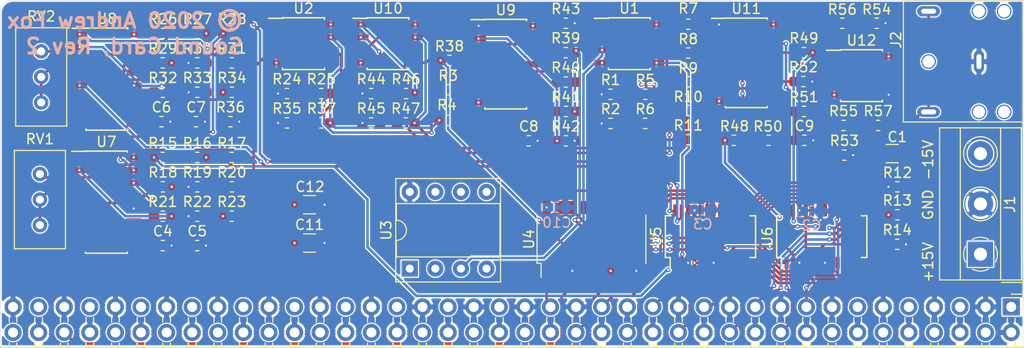
<source format=kicad_pcb>
(kicad_pcb (version 20171130) (host pcbnew "(5.1.0-0)")
  (title_block (title "TurtleTTL: Sound Card"))
  (layers (0 F.Cu signal hide) (1 In1.Cu power hide) (2 In2.Cu power hide) (31 B.Cu signal hide) (34 B.Paste user) (35 F.Paste user) (36 B.SilkS user hide) (37 F.SilkS user) (38 B.Mask user) (39 F.Mask user) (44 Edge.Cuts user))
  (net 0 "")
  (net 1 VCC)
  (net 2 GND)
  (net 3 "Net-(R1-Pad2)")
  (net 4 +15V)
  (net 5 -15V)
  (net 6 /Connector/~PI)
  (net 7 "Net-(R15-Pad2)")
  (net 8 "Net-(C5-Pad1)")
  (net 9 "Net-(C7-Pad1)")
  (net 10 "Net-(C8-Pad1)")
  (net 11 /Connector/AddressBus1)
  (net 12 /Connector/AddressBus0)
  (net 13 /Connector/DataBus7)
  (net 14 /Connector/DataBus6)
  (net 15 /Connector/DataBus5)
  (net 16 /Connector/DataBus4)
  (net 17 /Connector/DataBus3)
  (net 18 /Connector/DataBus2)
  (net 19 /Connector/DataBus1)
  (net 20 /Connector/DataBus0)
  (net 21 "Net-(C1-Pad2)")
  (net 22 /VCA2/VOUT2)
  (net 23 "Net-(C4-Pad1)")
  (net 24 "Net-(C6-Pad1)")
  (net 25 "Net-(C9-Pad1)")
  (net 26 /Connector/AddressBus2)
  (net 27 "Net-(R2-Pad2)")
  (net 28 /VCO-Triangle/TriangleOut)
  (net 29 /VCA/VIN1)
  (net 30 /VCO-Pulse/PulseOut)
  (net 31 /VCA/VIN2)
  (net 32 "Net-(R11-Pad1)")
  (net 33 "Net-(R6-Pad2)")
  (net 34 /VCA2/VOUT1)
  (net 35 /VCA2/VIN2)
  (net 36 /VCA/VOUT1)
  (net 37 /VCA/VOUT2)
  (net 38 /VCA2/VIN1)
  (net 39 "Net-(R13-Pad2)")
  (net 40 /VCO-Triangle/CV)
  (net 41 "Net-(R18-Pad1)")
  (net 42 "Net-(R20-Pad2)")
  (net 43 "Net-(R20-Pad1)")
  (net 44 "Net-(R21-Pad2)")
  (net 45 "Net-(R21-Pad1)")
  (net 46 "Net-(R22-Pad2)")
  (net 47 "Net-(R24-Pad2)")
  (net 48 "Net-(R26-Pad2)")
  (net 49 /VCO-Pulse/FrequencyCV)
  (net 50 "Net-(R29-Pad1)")
  (net 51 "Net-(R31-Pad2)")
  (net 52 "Net-(R31-Pad1)")
  (net 53 "Net-(R32-Pad2)")
  (net 54 "Net-(R32-Pad1)")
  (net 55 "Net-(R33-Pad2)")
  (net 56 "Net-(R35-Pad2)")
  (net 57 "Net-(R36-Pad1)")
  (net 58 /VCA/CV1)
  (net 59 "Net-(R38-Pad1)")
  (net 60 /VCA/CV2)
  (net 61 "Net-(R39-Pad1)")
  (net 62 "Net-(R42-Pad1)")
  (net 63 "Net-(R43-Pad1)")
  (net 64 "Net-(R44-Pad2)")
  (net 65 "Net-(R45-Pad2)")
  (net 66 /VCA2/CV1)
  (net 67 "Net-(R48-Pad1)")
  (net 68 /VCA2/CV2)
  (net 69 "Net-(R49-Pad1)")
  (net 70 "Net-(R52-Pad1)")
  (net 71 "Net-(R53-Pad1)")
  (net 72 "Net-(R54-Pad2)")
  (net 73 "Net-(R55-Pad2)")
  (net 74 /DAC/VOUT0)
  (net 75 "Net-(U1-Pad3)")
  (net 76 "Net-(U2-Pad3)")
  (net 77 "Net-(U4-Pad15)")
  (net 78 "Net-(U4-Pad14)")
  (net 79 /VCO-Pulse/PWMCV)
  (module Capacitor_SMD:C_1206_3216Metric_Pad1.42x1.75mm_HandSolder (layer F.Cu) (at 94.1975 123.19 180)
    (fp_text reference C12 (at -0.0365 1.778 180) (layer F.SilkS))
    (fp_text value 100µF)
    (pad 2 smd roundrect (at 1.4875 0 180) (size 1.425 1.75) (layers F.Cu F.Paste F.Mask) (roundrect_rratio 0.175439) (net 5 -15V))
    (pad 1 smd roundrect (at -1.4875 0 180) (size 1.425 1.75) (layers F.Cu F.Paste F.Mask) (roundrect_rratio 0.175439) (net 2 GND))
  )
  (module Capacitor_SMD:C_1206_3216Metric_Pad1.42x1.75mm_HandSolder (layer F.Cu) (at 94.1975 127)
    (fp_text reference C11 (at 0 -1.82) (layer F.SilkS))
    (fp_text value 100µF)
    (pad 2 smd roundrect (at 1.4875 0) (size 1.425 1.75) (layers F.Cu F.Paste F.Mask) (roundrect_rratio 0.175439) (net 2 GND))
    (pad 1 smd roundrect (at -1.4875 0) (size 1.425 1.75) (layers F.Cu F.Paste F.Mask) (roundrect_rratio 0.175439) (net 4 +15V))
  )
  (module Capacitor_SMD:C_1206_3216Metric_Pad1.42x1.75mm_HandSolder (layer F.Cu) (at 152.019 118.11)
    (fp_text reference C1 (at 0.508 -1.651) (layer F.SilkS))
    (fp_text value 100µF)
    (pad 2 smd roundrect (at 1.4875 0) (size 1.425 1.75) (layers F.Cu F.Paste F.Mask) (roundrect_rratio 0.175439) (net 21 "Net-(C1-Pad2)"))
    (pad 1 smd roundrect (at -1.4875 0) (size 1.425 1.75) (layers F.Cu F.Paste F.Mask) (roundrect_rratio 0.175439) (net 22 /VCA2/VOUT2))
  )
  (module Capacitor_SMD:C_0603_1608Metric_Pad1.05x0.95mm_HandSolder (layer B.Cu) (at 118.745 123.444)
    (fp_text reference C10 (at 0 1.524) (layer B.SilkS) (effects (justify mirror)))
    (fp_text value 100nF)
    (pad 2 smd roundrect (at 0.875 0) (size 1.05 0.95) (layers B.Cu B.Paste B.Mask) (net 2 GND))
    (pad 1 smd roundrect (at -0.875 0) (size 1.05 0.95) (layers B.Cu B.Paste B.Mask) (net 1 VCC))
  )
  (module Capacitor_SMD:C_0603_1608Metric_Pad1.05x0.95mm_HandSolder (layer B.Cu) (at 133.223 123.698)
    (fp_text reference C3 (at 0 1.43) (layer B.SilkS) (effects (justify mirror)))
    (fp_text value 100nF)
    (pad 2 smd roundrect (at 0.875 0) (size 1.05 0.95) (layers B.Cu B.Paste B.Mask) (net 2 GND))
    (pad 1 smd roundrect (at -0.875 0) (size 1.05 0.95) (layers B.Cu B.Paste B.Mask) (net 1 VCC))
  )
  (module Capacitor_SMD:C_0603_1608Metric_Pad1.05x0.95mm_HandSolder (layer B.Cu) (at 144.018 123.825)
    (fp_text reference C2 (at 0 1.43) (layer B.SilkS) (effects (justify mirror)))
    (fp_text value 100nF)
    (pad 2 smd roundrect (at 0.875 0) (size 1.05 0.95) (layers B.Cu B.Paste B.Mask) (net 2 GND))
    (pad 1 smd roundrect (at -0.875 0) (size 1.05 0.95) (layers B.Cu B.Paste B.Mask) (net 1 VCC))
  )
  (module Potentiometer_THT:Potentiometer_Bourns_3386C_Horizontal (layer F.Cu) (at 67.564 107.95)
    (fp_text reference RV2 (at 0 -3.475) (layer F.SilkS))
    (fp_text value 10k)
    (pad 1 thru_hole circle (at 0 0) (size 1.44 1.44) (drill 0.8) (layers *.Cu *.Mask) (net 52 "Net-(R31-Pad1)"))
    (pad 2 thru_hole circle (at 0 2.54) (size 1.44 1.44) (drill 0.8) (layers *.Cu *.Mask) (net 54 "Net-(R32-Pad1)"))
    (pad 3 thru_hole circle (at 0 5.08) (size 1.44 1.44) (drill 0.8) (layers *.Cu *.Mask) (net 54 "Net-(R32-Pad1)"))
  )
  (module Resistor_SMD:R_0603_1608Metric_Pad1.05x0.95mm_HandSolder (layer F.Cu) (at 150.622 115.316)
    (fp_text reference R57 (at 0 -1.43) (layer F.SilkS))
    (fp_text value 4.7kΩ)
    (pad 2 smd roundrect (at 0.875 0) (size 1.05 0.95) (layers F.Cu F.Paste F.Mask) (net 22 /VCA2/VOUT2))
    (pad 1 smd roundrect (at -0.875 0) (size 1.05 0.95) (layers F.Cu F.Paste F.Mask) (net 73 "Net-(R55-Pad2)"))
  )
  (module Resistor_SMD:R_0603_1608Metric_Pad1.05x0.95mm_HandSolder (layer F.Cu) (at 147.066 105.156 180)
    (fp_text reference R56 (at 0 1.364 180) (layer F.SilkS))
    (fp_text value 20kΩ)
    (pad 2 smd roundrect (at 0.875 0 180) (size 1.05 0.95) (layers F.Cu F.Paste F.Mask) (net 34 /VCA2/VOUT1))
    (pad 1 smd roundrect (at -0.875 0 180) (size 1.05 0.95) (layers F.Cu F.Paste F.Mask) (net 72 "Net-(R54-Pad2)"))
  )
  (module Resistor_SMD:R_0603_1608Metric_Pad1.05x0.95mm_HandSolder (layer F.Cu) (at 147.193 115.316)
    (fp_text reference R55 (at 0 -1.43) (layer F.SilkS))
    (fp_text value 10kΩ)
    (pad 2 smd roundrect (at 0.875 0) (size 1.05 0.95) (layers F.Cu F.Paste F.Mask) (net 73 "Net-(R55-Pad2)"))
    (pad 1 smd roundrect (at -0.875 0) (size 1.05 0.95) (layers F.Cu F.Paste F.Mask) (net 71 "Net-(R53-Pad1)"))
  )
  (module Resistor_SMD:R_0603_1608Metric_Pad1.05x0.95mm_HandSolder (layer F.Cu) (at 150.481 105.156 180)
    (fp_text reference R54 (at 0 1.364 180) (layer F.SilkS))
    (fp_text value 10kΩ)
    (pad 2 smd roundrect (at 0.875 0 180) (size 1.05 0.95) (layers F.Cu F.Paste F.Mask) (net 72 "Net-(R54-Pad2)"))
    (pad 1 smd roundrect (at -0.875 0 180) (size 1.05 0.95) (layers F.Cu F.Paste F.Mask) (net 2 GND))
  )
  (module Resistor_SMD:R_0603_1608Metric_Pad1.05x0.95mm_HandSolder (layer F.Cu) (at 147.2692 118.2624)
    (fp_text reference R53 (at 0 -1.43) (layer F.SilkS))
    (fp_text value 47kΩ)
    (pad 2 smd roundrect (at 0.875 0) (size 1.05 0.95) (layers F.Cu F.Paste F.Mask) (net 2 GND))
    (pad 1 smd roundrect (at -0.875 0) (size 1.05 0.95) (layers F.Cu F.Paste F.Mask) (net 71 "Net-(R53-Pad1)"))
  )
  (module Resistor_SMD:R_0603_1608Metric_Pad1.05x0.95mm_HandSolder (layer F.Cu) (at 143.2052 110.9472)
    (fp_text reference R52 (at 0 -1.43) (layer F.SilkS))
    (fp_text value 47kΩ)
    (pad 2 smd roundrect (at 0.875 0) (size 1.05 0.95) (layers F.Cu F.Paste F.Mask) (net 2 GND))
    (pad 1 smd roundrect (at -0.875 0) (size 1.05 0.95) (layers F.Cu F.Paste F.Mask) (net 70 "Net-(R52-Pad1)"))
  )
  (module Resistor_SMD:R_0603_1608Metric_Pad1.05x0.95mm_HandSolder (layer F.Cu) (at 143.256 113.919)
    (fp_text reference R51 (at 0 -1.43) (layer F.SilkS))
    (fp_text value 2.4kΩ)
    (pad 2 smd roundrect (at 0.875 0) (size 1.05 0.95) (layers F.Cu F.Paste F.Mask) (net 69 "Net-(R49-Pad1)"))
    (pad 1 smd roundrect (at -0.875 0) (size 1.05 0.95) (layers F.Cu F.Paste F.Mask) (net 25 "Net-(C9-Pad1)"))
  )
  (module Resistor_SMD:R_0603_1608Metric_Pad1.05x0.95mm_HandSolder (layer F.Cu) (at 139.7508 116.7892 180)
    (fp_text reference R50 (at 0.0622 1.3716 180) (layer F.SilkS))
    (fp_text value 2.4kΩ)
    (pad 1 smd roundrect (at -0.875 0 180) (size 1.05 0.95) (layers F.Cu F.Paste F.Mask) (net 25 "Net-(C9-Pad1)"))
    (pad 2 smd roundrect (at 0.875 0 180) (size 1.05 0.95) (layers F.Cu F.Paste F.Mask) (net 67 "Net-(R48-Pad1)"))
  )
  (module Resistor_SMD:R_0603_1608Metric_Pad1.05x0.95mm_HandSolder (layer F.Cu) (at 143.256 108.077)
    (fp_text reference R49 (at 0 -1.43) (layer F.SilkS))
    (fp_text value 16kΩ)
    (pad 2 smd roundrect (at 0.875 0) (size 1.05 0.95) (layers F.Cu F.Paste F.Mask) (net 68 /VCA2/CV2))
    (pad 1 smd roundrect (at -0.875 0) (size 1.05 0.95) (layers F.Cu F.Paste F.Mask) (net 69 "Net-(R49-Pad1)"))
  )
  (module Resistor_SMD:R_0603_1608Metric_Pad1.05x0.95mm_HandSolder (layer F.Cu) (at 136.2964 116.7892 180)
    (fp_text reference R48 (at -0.0635 1.397 180) (layer F.SilkS))
    (fp_text value 16kΩ)
    (pad 2 smd roundrect (at 0.875 0 180) (size 1.05 0.95) (layers F.Cu F.Paste F.Mask) (net 66 /VCA2/CV1))
    (pad 1 smd roundrect (at -0.875 0 180) (size 1.05 0.95) (layers F.Cu F.Paste F.Mask) (net 67 "Net-(R48-Pad1)"))
  )
  (module Resistor_SMD:R_0603_1608Metric_Pad1.05x0.95mm_HandSolder (layer F.Cu) (at 103.745 115.062)
    (fp_text reference R47 (at 0 -1.43) (layer F.SilkS))
    (fp_text value 20kΩ)
    (pad 2 smd roundrect (at 0.875 0) (size 1.05 0.95) (layers F.Cu F.Paste F.Mask) (net 37 /VCA/VOUT2))
    (pad 1 smd roundrect (at -0.875 0) (size 1.05 0.95) (layers F.Cu F.Paste F.Mask) (net 65 "Net-(R45-Pad2)"))
  )
  (module Resistor_SMD:R_0603_1608Metric_Pad1.05x0.95mm_HandSolder (layer F.Cu) (at 103.773 112.141)
    (fp_text reference R46 (at 0 -1.43) (layer F.SilkS))
    (fp_text value 20kΩ)
    (pad 2 smd roundrect (at 0.875 0) (size 1.05 0.95) (layers F.Cu F.Paste F.Mask) (net 36 /VCA/VOUT1))
    (pad 1 smd roundrect (at -0.875 0) (size 1.05 0.95) (layers F.Cu F.Paste F.Mask) (net 64 "Net-(R44-Pad2)"))
  )
  (module Resistor_SMD:R_0603_1608Metric_Pad1.05x0.95mm_HandSolder (layer F.Cu) (at 100.316 115.062)
    (fp_text reference R45 (at 0 -1.43) (layer F.SilkS))
    (fp_text value 10kΩ)
    (pad 2 smd roundrect (at 0.875 0) (size 1.05 0.95) (layers F.Cu F.Paste F.Mask) (net 65 "Net-(R45-Pad2)"))
    (pad 1 smd roundrect (at -0.875 0) (size 1.05 0.95) (layers F.Cu F.Paste F.Mask) (net 2 GND))
  )
  (module Resistor_SMD:R_0603_1608Metric_Pad1.05x0.95mm_HandSolder (layer F.Cu) (at 100.316 112.141)
    (fp_text reference R44 (at 0 -1.43) (layer F.SilkS))
    (fp_text value 10kΩ)
    (pad 2 smd roundrect (at 0.875 0) (size 1.05 0.95) (layers F.Cu F.Paste F.Mask) (net 64 "Net-(R44-Pad2)"))
    (pad 1 smd roundrect (at -0.875 0) (size 1.05 0.95) (layers F.Cu F.Paste F.Mask) (net 2 GND))
  )
  (module Resistor_SMD:R_0603_1608Metric_Pad1.05x0.95mm_HandSolder (layer F.Cu) (at 119.634 105.156)
    (fp_text reference R43 (at 0 -1.43) (layer F.SilkS))
    (fp_text value 47kΩ)
    (pad 2 smd roundrect (at 0.875 0) (size 1.05 0.95) (layers F.Cu F.Paste F.Mask) (net 2 GND))
    (pad 1 smd roundrect (at -0.875 0) (size 1.05 0.95) (layers F.Cu F.Paste F.Mask) (net 63 "Net-(R43-Pad1)"))
  )
  (module Resistor_SMD:R_0603_1608Metric_Pad1.05x0.95mm_HandSolder (layer F.Cu) (at 119.634 116.84)
    (fp_text reference R42 (at 0 -1.43) (layer F.SilkS))
    (fp_text value 47kΩ)
    (pad 2 smd roundrect (at 0.875 0) (size 1.05 0.95) (layers F.Cu F.Paste F.Mask) (net 2 GND))
    (pad 1 smd roundrect (at -0.875 0) (size 1.05 0.95) (layers F.Cu F.Paste F.Mask) (net 62 "Net-(R42-Pad1)"))
  )
  (module Resistor_SMD:R_0603_1608Metric_Pad1.05x0.95mm_HandSolder (layer F.Cu) (at 119.634 113.919)
    (fp_text reference R41 (at 0 -1.43) (layer F.SilkS))
    (fp_text value 2.4kΩ)
    (pad 2 smd roundrect (at 0.875 0) (size 1.05 0.95) (layers F.Cu F.Paste F.Mask) (net 61 "Net-(R39-Pad1)"))
    (pad 1 smd roundrect (at -0.875 0) (size 1.05 0.95) (layers F.Cu F.Paste F.Mask) (net 10 "Net-(C8-Pad1)"))
  )
  (module Resistor_SMD:R_0603_1608Metric_Pad1.05x0.95mm_HandSolder (layer F.Cu) (at 119.634 110.998)
    (fp_text reference R40 (at 0 -1.43) (layer F.SilkS))
    (fp_text value 2.4kΩ)
    (pad 2 smd roundrect (at 0.875 0) (size 1.05 0.95) (layers F.Cu F.Paste F.Mask) (net 59 "Net-(R38-Pad1)"))
    (pad 1 smd roundrect (at -0.875 0) (size 1.05 0.95) (layers F.Cu F.Paste F.Mask) (net 10 "Net-(C8-Pad1)"))
  )
  (module Resistor_SMD:R_0603_1608Metric_Pad1.05x0.95mm_HandSolder (layer F.Cu) (at 119.62 108.077)
    (fp_text reference R39 (at 0 -1.43) (layer F.SilkS))
    (fp_text value 16kΩ)
    (pad 2 smd roundrect (at 0.875 0) (size 1.05 0.95) (layers F.Cu F.Paste F.Mask) (net 60 /VCA/CV2))
    (pad 1 smd roundrect (at -0.875 0) (size 1.05 0.95) (layers F.Cu F.Paste F.Mask) (net 61 "Net-(R39-Pad1)"))
  )
  (module Resistor_SMD:R_0603_1608Metric_Pad1.05x0.95mm_HandSolder (layer F.Cu) (at 108.077 108.839 180)
    (fp_text reference R38 (at 0 1.397 180) (layer F.SilkS))
    (fp_text value 16kΩ)
    (pad 2 smd roundrect (at 0.875 0 180) (size 1.05 0.95) (layers F.Cu F.Paste F.Mask) (net 58 /VCA/CV1))
    (pad 1 smd roundrect (at -0.875 0 180) (size 1.05 0.95) (layers F.Cu F.Paste F.Mask) (net 59 "Net-(R38-Pad1)"))
  )
  (module Resistor_SMD:R_0603_1608Metric_Pad1.05x0.95mm_HandSolder (layer F.Cu) (at 95.377 115.062)
    (fp_text reference R37 (at 0 -1.43) (layer F.SilkS))
    (fp_text value 2.4kΩ)
    (pad 2 smd roundrect (at 0.875 0) (size 1.05 0.95) (layers F.Cu F.Paste F.Mask) (net 30 /VCO-Pulse/PulseOut))
    (pad 1 smd roundrect (at -0.875 0) (size 1.05 0.95) (layers F.Cu F.Paste F.Mask) (net 56 "Net-(R35-Pad2)"))
  )
  (module Resistor_SMD:R_0603_1608Metric_Pad1.05x0.95mm_HandSolder (layer F.Cu) (at 86.346 114.935)
    (fp_text reference R36 (at 0 -1.43) (layer F.SilkS))
    (fp_text value 51kΩ)
    (pad 2 smd roundrect (at 0.875 0) (size 1.05 0.95) (layers F.Cu F.Paste F.Mask) (net 2 GND))
    (pad 1 smd roundrect (at -0.875 0) (size 1.05 0.95) (layers F.Cu F.Paste F.Mask) (net 57 "Net-(R36-Pad1)"))
  )
  (module Resistor_SMD:R_0603_1608Metric_Pad1.05x0.95mm_HandSolder (layer F.Cu) (at 91.948 115.062)
    (fp_text reference R35 (at 0 -1.43) (layer F.SilkS))
    (fp_text value 10kΩ)
    (pad 2 smd roundrect (at 0.875 0) (size 1.05 0.95) (layers F.Cu F.Paste F.Mask) (net 56 "Net-(R35-Pad2)"))
    (pad 1 smd roundrect (at -0.875 0) (size 1.05 0.95) (layers F.Cu F.Paste F.Mask) (net 2 GND))
  )
  (module Resistor_SMD:R_0603_1608Metric_Pad1.05x0.95mm_HandSolder (layer F.Cu) (at 86.487 112.014)
    (fp_text reference R34 (at 0 -1.43) (layer F.SilkS))
    (fp_text value 820Ω)
    (pad 2 smd roundrect (at 0.875 0) (size 1.05 0.95) (layers F.Cu F.Paste F.Mask) (net 54 "Net-(R32-Pad1)"))
    (pad 1 smd roundrect (at -0.875 0) (size 1.05 0.95) (layers F.Cu F.Paste F.Mask) (net 5 -15V))
  )
  (module Resistor_SMD:R_0603_1608Metric_Pad1.05x0.95mm_HandSolder (layer F.Cu) (at 83.058 112.014)
    (fp_text reference R33 (at 0 -1.43) (layer F.SilkS))
    (fp_text value 1.8kΩ)
    (pad 2 smd roundrect (at 0.875 0) (size 1.05 0.95) (layers F.Cu F.Paste F.Mask) (net 55 "Net-(R33-Pad2)"))
    (pad 1 smd roundrect (at -0.875 0) (size 1.05 0.95) (layers F.Cu F.Paste F.Mask) (net 2 GND))
  )
  (module Resistor_SMD:R_0603_1608Metric_Pad1.05x0.95mm_HandSolder (layer F.Cu) (at 79.643 112.014)
    (fp_text reference R32 (at 0 -1.43) (layer F.SilkS))
    (fp_text value 5.6kΩ)
    (pad 2 smd roundrect (at 0.875 0) (size 1.05 0.95) (layers F.Cu F.Paste F.Mask) (net 53 "Net-(R32-Pad2)"))
    (pad 1 smd roundrect (at -0.875 0) (size 1.05 0.95) (layers F.Cu F.Paste F.Mask) (net 54 "Net-(R32-Pad1)"))
  )
  (module Resistor_SMD:R_0603_1608Metric_Pad1.05x0.95mm_HandSolder (layer F.Cu) (at 86.487 109.093)
    (fp_text reference R31 (at 0 -1.43) (layer F.SilkS))
    (fp_text value 24kΩ)
    (pad 2 smd roundrect (at 0.875 0) (size 1.05 0.95) (layers F.Cu F.Paste F.Mask) (net 51 "Net-(R31-Pad2)"))
    (pad 1 smd roundrect (at -0.875 0) (size 1.05 0.95) (layers F.Cu F.Paste F.Mask) (net 52 "Net-(R31-Pad1)"))
  )
  (module Resistor_SMD:R_0603_1608Metric_Pad1.05x0.95mm_HandSolder (layer F.Cu) (at 83.058 109.093)
    (fp_text reference R30 (at 0 -1.43) (layer F.SilkS))
    (fp_text value 47Ω)
    (pad 2 smd roundrect (at 0.875 0) (size 1.05 0.95) (layers F.Cu F.Paste F.Mask) (net 50 "Net-(R29-Pad1)"))
    (pad 1 smd roundrect (at -0.875 0) (size 1.05 0.95) (layers F.Cu F.Paste F.Mask) (net 2 GND))
  )
  (module Resistor_SMD:R_0603_1608Metric_Pad1.05x0.95mm_HandSolder (layer F.Cu) (at 79.629 109.093)
    (fp_text reference R29 (at 0 -1.43) (layer F.SilkS))
    (fp_text value 1.5MΩ)
    (pad 2 smd roundrect (at 0.875 0) (size 1.05 0.95) (layers F.Cu F.Paste F.Mask) (net 4 +15V))
    (pad 1 smd roundrect (at -0.875 0) (size 1.05 0.95) (layers F.Cu F.Paste F.Mask) (net 50 "Net-(R29-Pad1)"))
  )
  (module Resistor_SMD:R_0603_1608Metric_Pad1.05x0.95mm_HandSolder (layer F.Cu) (at 86.501 106.172)
    (fp_text reference R28 (at 0 -1.43) (layer F.SilkS))
    (fp_text value 470Ω)
    (pad 2 smd roundrect (at 0.875 0) (size 1.05 0.95) (layers F.Cu F.Paste F.Mask) (net 48 "Net-(R26-Pad2)"))
    (pad 1 smd roundrect (at -0.875 0) (size 1.05 0.95) (layers F.Cu F.Paste F.Mask) (net 24 "Net-(C6-Pad1)"))
  )
  (module Resistor_SMD:R_0603_1608Metric_Pad1.05x0.95mm_HandSolder (layer F.Cu) (at 83.072 106.172)
    (fp_text reference R27 (at 0 -1.43) (layer F.SilkS))
    (fp_text value 360kΩ)
    (pad 2 smd roundrect (at 0.875 0) (size 1.05 0.95) (layers F.Cu F.Paste F.Mask) (net 4 +15V))
    (pad 1 smd roundrect (at -0.875 0) (size 1.05 0.95) (layers F.Cu F.Paste F.Mask) (net 48 "Net-(R26-Pad2)"))
  )
  (module Resistor_SMD:R_0603_1608Metric_Pad1.05x0.95mm_HandSolder (layer F.Cu) (at 79.643 106.172)
    (fp_text reference R26 (at 0 -1.43) (layer F.SilkS))
    (fp_text value 100kΩ)
    (pad 2 smd roundrect (at 0.875 0) (size 1.05 0.95) (layers F.Cu F.Paste F.Mask) (net 48 "Net-(R26-Pad2)"))
    (pad 1 smd roundrect (at -0.875 0) (size 1.05 0.95) (layers F.Cu F.Paste F.Mask) (net 49 /VCO-Pulse/FrequencyCV))
  )
  (module Resistor_SMD:R_0603_1608Metric_Pad1.05x0.95mm_HandSolder (layer F.Cu) (at 95.363 112.141)
    (fp_text reference R25 (at 0 -1.43) (layer F.SilkS))
    (fp_text value 20kΩ)
    (pad 2 smd roundrect (at 0.875 0) (size 1.05 0.95) (layers F.Cu F.Paste F.Mask) (net 28 /VCO-Triangle/TriangleOut))
    (pad 1 smd roundrect (at -0.875 0) (size 1.05 0.95) (layers F.Cu F.Paste F.Mask) (net 47 "Net-(R24-Pad2)"))
  )
  (module Resistor_SMD:R_0603_1608Metric_Pad1.05x0.95mm_HandSolder (layer F.Cu) (at 91.948 112.141)
    (fp_text reference R24 (at 0 -1.43) (layer F.SilkS))
    (fp_text value 10kΩ)
    (pad 2 smd roundrect (at 0.875 0) (size 1.05 0.95) (layers F.Cu F.Paste F.Mask) (net 47 "Net-(R24-Pad2)"))
    (pad 1 smd roundrect (at -0.875 0) (size 1.05 0.95) (layers F.Cu F.Paste F.Mask) (net 2 GND))
  )
  (module Resistor_SMD:R_0603_1608Metric_Pad1.05x0.95mm_HandSolder (layer F.Cu) (at 86.473 124.333)
    (fp_text reference R23 (at 0 -1.43) (layer F.SilkS))
    (fp_text value 820Ω)
    (pad 2 smd roundrect (at 0.875 0) (size 1.05 0.95) (layers F.Cu F.Paste F.Mask) (net 45 "Net-(R21-Pad1)"))
    (pad 1 smd roundrect (at -0.875 0) (size 1.05 0.95) (layers F.Cu F.Paste F.Mask) (net 5 -15V))
  )
  (module Resistor_SMD:R_0603_1608Metric_Pad1.05x0.95mm_HandSolder (layer F.Cu) (at 83.058 124.333)
    (fp_text reference R22 (at 0 -1.43) (layer F.SilkS))
    (fp_text value 1.8kΩ)
    (pad 2 smd roundrect (at 0.875 0) (size 1.05 0.95) (layers F.Cu F.Paste F.Mask) (net 46 "Net-(R22-Pad2)"))
    (pad 1 smd roundrect (at -0.875 0) (size 1.05 0.95) (layers F.Cu F.Paste F.Mask) (net 2 GND))
  )
  (module Resistor_SMD:R_0603_1608Metric_Pad1.05x0.95mm_HandSolder (layer F.Cu) (at 79.629 124.333)
    (fp_text reference R21 (at 0 -1.43) (layer F.SilkS))
    (fp_text value 5.6kΩ)
    (pad 2 smd roundrect (at 0.875 0) (size 1.05 0.95) (layers F.Cu F.Paste F.Mask) (net 44 "Net-(R21-Pad2)"))
    (pad 1 smd roundrect (at -0.875 0) (size 1.05 0.95) (layers F.Cu F.Paste F.Mask) (net 45 "Net-(R21-Pad1)"))
  )
  (module Resistor_SMD:R_0603_1608Metric_Pad1.05x0.95mm_HandSolder (layer F.Cu) (at 86.487 121.412)
    (fp_text reference R20 (at 0 -1.43) (layer F.SilkS))
    (fp_text value 24kΩ)
    (pad 2 smd roundrect (at 0.875 0) (size 1.05 0.95) (layers F.Cu F.Paste F.Mask) (net 42 "Net-(R20-Pad2)"))
    (pad 1 smd roundrect (at -0.875 0) (size 1.05 0.95) (layers F.Cu F.Paste F.Mask) (net 43 "Net-(R20-Pad1)"))
  )
  (module Resistor_SMD:R_0603_1608Metric_Pad1.05x0.95mm_HandSolder (layer F.Cu) (at 83.058 121.412)
    (fp_text reference R19 (at 0 -1.43) (layer F.SilkS))
    (fp_text value 47Ω)
    (pad 2 smd roundrect (at 0.875 0) (size 1.05 0.95) (layers F.Cu F.Paste F.Mask) (net 41 "Net-(R18-Pad1)"))
    (pad 1 smd roundrect (at -0.875 0) (size 1.05 0.95) (layers F.Cu F.Paste F.Mask) (net 2 GND))
  )
  (module Resistor_SMD:R_0603_1608Metric_Pad1.05x0.95mm_HandSolder (layer F.Cu) (at 79.643 121.412)
    (fp_text reference R18 (at 0 -1.43) (layer F.SilkS))
    (fp_text value 1.5MΩ)
    (pad 2 smd roundrect (at 0.875 0) (size 1.05 0.95) (layers F.Cu F.Paste F.Mask) (net 4 +15V))
    (pad 1 smd roundrect (at -0.875 0) (size 1.05 0.95) (layers F.Cu F.Paste F.Mask) (net 41 "Net-(R18-Pad1)"))
  )
  (module Resistor_SMD:R_0603_1608Metric_Pad1.05x0.95mm_HandSolder (layer F.Cu) (at 86.473 118.491)
    (fp_text reference R17 (at 0 -1.43) (layer F.SilkS))
    (fp_text value 470Ω)
    (pad 2 smd roundrect (at 0.875 0) (size 1.05 0.95) (layers F.Cu F.Paste F.Mask) (net 7 "Net-(R15-Pad2)"))
    (pad 1 smd roundrect (at -0.875 0) (size 1.05 0.95) (layers F.Cu F.Paste F.Mask) (net 23 "Net-(C4-Pad1)"))
  )
  (module Resistor_SMD:R_0603_1608Metric_Pad1.05x0.95mm_HandSolder (layer F.Cu) (at 83.058 118.491)
    (fp_text reference R16 (at 0 -1.43) (layer F.SilkS))
    (fp_text value 360kΩ)
    (pad 2 smd roundrect (at 0.875 0) (size 1.05 0.95) (layers F.Cu F.Paste F.Mask) (net 4 +15V))
    (pad 1 smd roundrect (at -0.875 0) (size 1.05 0.95) (layers F.Cu F.Paste F.Mask) (net 7 "Net-(R15-Pad2)"))
  )
  (module Resistor_SMD:R_0603_1608Metric_Pad1.05x0.95mm_HandSolder (layer F.Cu) (at 79.629 118.491)
    (fp_text reference R15 (at 0 -1.43) (layer F.SilkS))
    (fp_text value 100kΩ)
    (pad 2 smd roundrect (at 0.875 0) (size 1.05 0.95) (layers F.Cu F.Paste F.Mask) (net 7 "Net-(R15-Pad2)"))
    (pad 1 smd roundrect (at -0.875 0) (size 1.05 0.95) (layers F.Cu F.Paste F.Mask) (net 40 /VCO-Triangle/CV))
  )
  (module Resistor_SMD:R_0603_1608Metric_Pad1.05x0.95mm_HandSolder (layer F.Cu) (at 152.513 127.127)
    (fp_text reference R14 (at 0 -1.43) (layer F.SilkS))
    (fp_text value 6.8kΩ)
    (pad 2 smd roundrect (at 0.875 0) (size 1.05 0.95) (layers F.Cu F.Paste F.Mask) (net 2 GND))
    (pad 1 smd roundrect (at -0.875 0) (size 1.05 0.95) (layers F.Cu F.Paste F.Mask) (net 39 "Net-(R13-Pad2)"))
  )
  (module Resistor_SMD:R_0603_1608Metric_Pad1.05x0.95mm_HandSolder (layer F.Cu) (at 152.527 124.192)
    (fp_text reference R13 (at 0 -1.43) (layer F.SilkS))
    (fp_text value 10kΩ)
    (pad 2 smd roundrect (at 0.875 0) (size 1.05 0.95) (layers F.Cu F.Paste F.Mask) (net 39 "Net-(R13-Pad2)"))
    (pad 1 smd roundrect (at -0.875 0) (size 1.05 0.95) (layers F.Cu F.Paste F.Mask) (net 1 VCC))
  )
  (module Resistor_SMD:R_0603_1608Metric_Pad1.05x0.95mm_HandSolder (layer F.Cu) (at 152.527 121.412 180)
    (fp_text reference R12 (at -0.014 1.397 180) (layer F.SilkS))
    (fp_text value 100kΩ)
    (pad 2 smd roundrect (at 0.875 0 180) (size 1.05 0.95) (layers F.Cu F.Paste F.Mask) (net 2 GND))
    (pad 1 smd roundrect (at -0.875 0 180) (size 1.05 0.95) (layers F.Cu F.Paste F.Mask) (net 21 "Net-(C1-Pad2)"))
  )
  (module Resistor_SMD:R_0603_1608Metric_Pad1.05x0.95mm_HandSolder (layer F.Cu) (at 131.7752 116.7384)
    (fp_text reference R11 (at 0 -1.43) (layer F.SilkS))
    (fp_text value 47kΩ)
    (pad 1 smd roundrect (at -0.875 0) (size 1.05 0.95) (layers F.Cu F.Paste F.Mask) (net 32 "Net-(R11-Pad1)"))
    (pad 2 smd roundrect (at 0.875 0) (size 1.05 0.95) (layers F.Cu F.Paste F.Mask) (net 38 /VCA2/VIN1))
  )
  (module Resistor_SMD:R_0603_1608Metric_Pad1.05x0.95mm_HandSolder (layer F.Cu) (at 131.7752 113.8301 180)
    (fp_text reference R10 (at 0 1.3589 180) (layer F.SilkS))
    (fp_text value 47kΩ)
    (pad 1 smd roundrect (at -0.875 0 180) (size 1.05 0.95) (layers F.Cu F.Paste F.Mask) (net 35 /VCA2/VIN2))
    (pad 2 smd roundrect (at 0.875 0 180) (size 1.05 0.95) (layers F.Cu F.Paste F.Mask) (net 37 /VCA/VOUT2))
  )
  (module Resistor_SMD:R_0603_1608Metric_Pad1.05x0.95mm_HandSolder (layer F.Cu) (at 131.7752 110.9726 180)
    (fp_text reference R9 (at 0 1.3462 180) (layer F.SilkS))
    (fp_text value 47kΩ)
    (pad 1 smd roundrect (at -0.875 0 180) (size 1.05 0.95) (layers F.Cu F.Paste F.Mask) (net 35 /VCA2/VIN2))
    (pad 2 smd roundrect (at 0.875 0 180) (size 1.05 0.95) (layers F.Cu F.Paste F.Mask) (net 36 /VCA/VOUT1))
  )
  (module Resistor_SMD:R_0603_1608Metric_Pad1.05x0.95mm_HandSolder (layer F.Cu) (at 131.7752 108.1151 180)
    (fp_text reference R8 (at 0 1.3843 180) (layer F.SilkS))
    (fp_text value 47kΩ)
    (pad 1 smd roundrect (at -0.875 0 180) (size 1.05 0.95) (layers F.Cu F.Paste F.Mask) (net 35 /VCA2/VIN2))
    (pad 2 smd roundrect (at 0.875 0 180) (size 1.05 0.95) (layers F.Cu F.Paste F.Mask) (net 33 "Net-(R6-Pad2)"))
  )
  (module Resistor_SMD:R_0603_1608Metric_Pad1.05x0.95mm_HandSolder (layer F.Cu) (at 131.7752 105.2576 180)
    (fp_text reference R7 (at 0 1.5748 180) (layer F.SilkS))
    (fp_text value 47kΩ)
    (pad 1 smd roundrect (at -0.875 0 180) (size 1.05 0.95) (layers F.Cu F.Paste F.Mask) (net 35 /VCA2/VIN2))
    (pad 2 smd roundrect (at 0.875 0 180) (size 1.05 0.95) (layers F.Cu F.Paste F.Mask) (net 34 /VCA2/VOUT1))
  )
  (module Resistor_SMD:R_0603_1608Metric_Pad1.05x0.95mm_HandSolder (layer F.Cu) (at 127.508 115.1128)
    (fp_text reference R6 (at 0 -1.43) (layer F.SilkS))
    (fp_text value 20kΩ)
    (pad 2 smd roundrect (at 0.875 0) (size 1.05 0.95) (layers F.Cu F.Paste F.Mask) (net 33 "Net-(R6-Pad2)"))
    (pad 1 smd roundrect (at -0.875 0) (size 1.05 0.95) (layers F.Cu F.Paste F.Mask) (net 27 "Net-(R2-Pad2)"))
  )
  (module Resistor_SMD:R_0603_1608Metric_Pad1.05x0.95mm_HandSolder (layer F.Cu) (at 127.508 112.2172)
    (fp_text reference R5 (at 0 -1.43) (layer F.SilkS))
    (fp_text value 20kΩ)
    (pad 2 smd roundrect (at 0.875 0) (size 1.05 0.95) (layers F.Cu F.Paste F.Mask) (net 32 "Net-(R11-Pad1)"))
    (pad 1 smd roundrect (at -0.875 0) (size 1.05 0.95) (layers F.Cu F.Paste F.Mask) (net 3 "Net-(R1-Pad2)"))
  )
  (module Resistor_SMD:R_0603_1608Metric_Pad1.05x0.95mm_HandSolder (layer F.Cu) (at 107.95 114.808 180)
    (fp_text reference R4 (at 0.127 1.524 180) (layer F.SilkS))
    (fp_text value 47kΩ)
    (pad 2 smd roundrect (at 0.875 0 180) (size 1.05 0.95) (layers F.Cu F.Paste F.Mask) (net 30 /VCO-Pulse/PulseOut))
    (pad 1 smd roundrect (at -0.875 0 180) (size 1.05 0.95) (layers F.Cu F.Paste F.Mask) (net 31 /VCA/VIN2))
  )
  (module Resistor_SMD:R_0603_1608Metric_Pad1.05x0.95mm_HandSolder (layer F.Cu) (at 107.95 111.76 180)
    (fp_text reference R3 (at 0 1.397 180) (layer F.SilkS))
    (fp_text value 47kΩ)
    (pad 2 smd roundrect (at 0.875 0 180) (size 1.05 0.95) (layers F.Cu F.Paste F.Mask) (net 28 /VCO-Triangle/TriangleOut))
    (pad 1 smd roundrect (at -0.875 0 180) (size 1.05 0.95) (layers F.Cu F.Paste F.Mask) (net 29 /VCA/VIN1))
  )
  (module Resistor_SMD:R_0603_1608Metric_Pad1.05x0.95mm_HandSolder (layer F.Cu) (at 124.065 115.1128)
    (fp_text reference R2 (at 0 -1.43) (layer F.SilkS))
    (fp_text value 10kΩ)
    (pad 2 smd roundrect (at 0.875 0) (size 1.05 0.95) (layers F.Cu F.Paste F.Mask) (net 27 "Net-(R2-Pad2)"))
    (pad 1 smd roundrect (at -0.875 0) (size 1.05 0.95) (layers F.Cu F.Paste F.Mask) (net 2 GND))
  )
  (module Resistor_SMD:R_0603_1608Metric_Pad1.05x0.95mm_HandSolder (layer F.Cu) (at 124.065 112.2172)
    (fp_text reference R1 (at 0 -1.43) (layer F.SilkS))
    (fp_text value 10kΩ)
    (pad 2 smd roundrect (at 0.875 0) (size 1.05 0.95) (layers F.Cu F.Paste F.Mask) (net 3 "Net-(R1-Pad2)"))
    (pad 1 smd roundrect (at -0.875 0) (size 1.05 0.95) (layers F.Cu F.Paste F.Mask) (net 2 GND))
  )
  (module Capacitor_SMD:C_0603_1608Metric_Pad1.05x0.95mm_HandSolder (layer F.Cu) (at 143.3068 116.7892)
    (fp_text reference C9 (at 0 -1.43) (layer F.SilkS))
    (fp_text value 5nF)
    (pad 2 smd roundrect (at 0.875 0) (size 1.05 0.95) (layers F.Cu F.Paste F.Mask) (net 2 GND))
    (pad 1 smd roundrect (at -0.875 0) (size 1.05 0.95) (layers F.Cu F.Paste F.Mask) (net 25 "Net-(C9-Pad1)"))
  )
  (module Capacitor_SMD:C_0603_1608Metric_Pad1.05x0.95mm_HandSolder (layer F.Cu) (at 115.951 116.84)
    (fp_text reference C8 (at 0 -1.43) (layer F.SilkS))
    (fp_text value 5nF)
    (pad 2 smd roundrect (at 0.875 0) (size 1.05 0.95) (layers F.Cu F.Paste F.Mask) (net 2 GND))
    (pad 1 smd roundrect (at -0.875 0) (size 1.05 0.95) (layers F.Cu F.Paste F.Mask) (net 10 "Net-(C8-Pad1)"))
  )
  (module Capacitor_SMD:C_0603_1608Metric_Pad1.05x0.95mm_HandSolder (layer F.Cu) (at 82.931 114.935)
    (fp_text reference C7 (at 0 -1.43) (layer F.SilkS))
    (fp_text value 1nF)
    (pad 2 smd roundrect (at 0.875 0) (size 1.05 0.95) (layers F.Cu F.Paste F.Mask) (net 2 GND))
    (pad 1 smd roundrect (at -0.875 0) (size 1.05 0.95) (layers F.Cu F.Paste F.Mask) (net 9 "Net-(C7-Pad1)"))
  )
  (module Capacitor_SMD:C_0603_1608Metric_Pad1.05x0.95mm_HandSolder (layer F.Cu) (at 79.502 114.935)
    (fp_text reference C6 (at 0 -1.43) (layer F.SilkS))
    (fp_text value 10nF)
    (pad 2 smd roundrect (at 0.875 0) (size 1.05 0.95) (layers F.Cu F.Paste F.Mask) (net 2 GND))
    (pad 1 smd roundrect (at -0.875 0) (size 1.05 0.95) (layers F.Cu F.Paste F.Mask) (net 24 "Net-(C6-Pad1)"))
  )
  (module Capacitor_SMD:C_0603_1608Metric_Pad1.05x0.95mm_HandSolder (layer F.Cu) (at 83.044 127.254)
    (fp_text reference C5 (at 0 -1.43) (layer F.SilkS))
    (fp_text value 1nF)
    (pad 2 smd roundrect (at 0.875 0) (size 1.05 0.95) (layers F.Cu F.Paste F.Mask) (net 2 GND))
    (pad 1 smd roundrect (at -0.875 0) (size 1.05 0.95) (layers F.Cu F.Paste F.Mask) (net 8 "Net-(C5-Pad1)"))
  )
  (module Capacitor_SMD:C_0603_1608Metric_Pad1.05x0.95mm_HandSolder (layer F.Cu) (at 79.629 127.254)
    (fp_text reference C4 (at 0 -1.43) (layer F.SilkS))
    (fp_text value 10nF)
    (pad 2 smd roundrect (at 0.875 0) (size 1.05 0.95) (layers F.Cu F.Paste F.Mask) (net 2 GND))
    (pad 1 smd roundrect (at -0.875 0) (size 1.05 0.95) (layers F.Cu F.Paste F.Mask) (net 23 "Net-(C4-Pad1)"))
  )
  (module Package_SO:SOIC-8_3.9x4.9mm_P1.27mm (layer F.Cu) (at 148.971 110.363)
    (fp_text reference U12 (at 0 -3.5) (layer F.SilkS))
    (fp_text value TL072)
    (pad 8 smd rect (at 2.7 -1.905) (size 1.55 0.6) (layers F.Cu F.Paste F.Mask) (net 4 +15V))
    (pad 7 smd rect (at 2.7 -0.635) (size 1.55 0.6) (layers F.Cu F.Paste F.Mask) (net 22 /VCA2/VOUT2))
    (pad 6 smd rect (at 2.7 0.635) (size 1.55 0.6) (layers F.Cu F.Paste F.Mask) (net 73 "Net-(R55-Pad2)"))
    (pad 5 smd rect (at 2.7 1.905) (size 1.55 0.6) (layers F.Cu F.Paste F.Mask) (net 2 GND))
    (pad 4 smd rect (at -2.7 1.905) (size 1.55 0.6) (layers F.Cu F.Paste F.Mask) (net 5 -15V))
    (pad 3 smd rect (at -2.7 0.635) (size 1.55 0.6) (layers F.Cu F.Paste F.Mask) (net 70 "Net-(R52-Pad1)"))
    (pad 2 smd rect (at -2.7 -0.635) (size 1.55 0.6) (layers F.Cu F.Paste F.Mask) (net 72 "Net-(R54-Pad2)"))
    (pad 1 smd rect (at -2.7 -1.905) (size 1.55 0.6) (layers F.Cu F.Paste F.Mask) (net 34 /VCA2/VOUT1))
  )
  (module Package_SO:SOIC-14_3.9x8.7mm_P1.27mm (layer F.Cu) (at 137.541 109.093)
    (fp_text reference U11 (at 0 -5.375) (layer F.SilkS))
    (fp_text value AS3360)
    (pad 14 smd rect (at 2.7 -3.81) (size 1.5 0.6) (layers F.Cu F.Paste F.Mask) (net 4 +15V))
    (pad 13 smd rect (at 2.7 -2.54) (size 1.5 0.6) (layers F.Cu F.Paste F.Mask) (net 71 "Net-(R53-Pad1)"))
    (pad 12 smd rect (at 2.7 -1.27) (size 1.5 0.6) (layers F.Cu F.Paste F.Mask) (net 69 "Net-(R49-Pad1)"))
    (pad 11 smd rect (at 2.7 0) (size 1.5 0.6) (layers F.Cu F.Paste F.Mask))
    (pad 10 smd rect (at 2.7 1.27) (size 1.5 0.6) (layers F.Cu F.Paste F.Mask))
    (pad 9 smd rect (at 2.7 2.54) (size 1.5 0.6) (layers F.Cu F.Paste F.Mask) (net 35 /VCA2/VIN2))
    (pad 8 smd rect (at 2.7 3.81) (size 1.5 0.6) (layers F.Cu F.Paste F.Mask) (net 25 "Net-(C9-Pad1)"))
    (pad 7 smd rect (at -2.7 3.81) (size 1.5 0.6) (layers F.Cu F.Paste F.Mask) (net 5 -15V))
    (pad 6 smd rect (at -2.7 2.54) (size 1.5 0.6) (layers F.Cu F.Paste F.Mask) (net 38 /VCA2/VIN1))
    (pad 5 smd rect (at -2.7 1.27) (size 1.5 0.6) (layers F.Cu F.Paste F.Mask))
    (pad 4 smd rect (at -2.7 0) (size 1.5 0.6) (layers F.Cu F.Paste F.Mask))
    (pad 3 smd rect (at -2.7 -1.27) (size 1.5 0.6) (layers F.Cu F.Paste F.Mask) (net 67 "Net-(R48-Pad1)"))
    (pad 2 smd rect (at -2.7 -2.54) (size 1.5 0.6) (layers F.Cu F.Paste F.Mask) (net 70 "Net-(R52-Pad1)"))
    (pad 1 smd rect (at -2.7 -3.81) (size 1.5 0.6) (layers F.Cu F.Paste F.Mask) (net 2 GND))
  )
  (module Package_SO:SOIC-8_3.9x4.9mm_P1.27mm (layer F.Cu) (at 101.981 107.188)
    (fp_text reference U10 (at 0 -3.5) (layer F.SilkS))
    (fp_text value TL072)
    (pad 8 smd rect (at 2.7 -1.905) (size 1.55 0.6) (layers F.Cu F.Paste F.Mask) (net 4 +15V))
    (pad 7 smd rect (at 2.7 -0.635) (size 1.55 0.6) (layers F.Cu F.Paste F.Mask) (net 37 /VCA/VOUT2))
    (pad 6 smd rect (at 2.7 0.635) (size 1.55 0.6) (layers F.Cu F.Paste F.Mask) (net 65 "Net-(R45-Pad2)"))
    (pad 5 smd rect (at 2.7 1.905) (size 1.55 0.6) (layers F.Cu F.Paste F.Mask) (net 63 "Net-(R43-Pad1)"))
    (pad 4 smd rect (at -2.7 1.905) (size 1.55 0.6) (layers F.Cu F.Paste F.Mask) (net 5 -15V))
    (pad 3 smd rect (at -2.7 0.635) (size 1.55 0.6) (layers F.Cu F.Paste F.Mask) (net 62 "Net-(R42-Pad1)"))
    (pad 2 smd rect (at -2.7 -0.635) (size 1.55 0.6) (layers F.Cu F.Paste F.Mask) (net 64 "Net-(R44-Pad2)"))
    (pad 1 smd rect (at -2.7 -1.905) (size 1.55 0.6) (layers F.Cu F.Paste F.Mask) (net 36 /VCA/VOUT1))
  )
  (module Package_SO:SOIC-14_3.9x8.7mm_P1.27mm (layer F.Cu) (at 113.665 109.22)
    (fp_text reference U9 (at 0 -5.375) (layer F.SilkS))
    (fp_text value AS3360)
    (pad 14 smd rect (at 2.7 -3.81) (size 1.5 0.6) (layers F.Cu F.Paste F.Mask) (net 4 +15V))
    (pad 13 smd rect (at 2.7 -2.54) (size 1.5 0.6) (layers F.Cu F.Paste F.Mask) (net 63 "Net-(R43-Pad1)"))
    (pad 12 smd rect (at 2.7 -1.27) (size 1.5 0.6) (layers F.Cu F.Paste F.Mask) (net 61 "Net-(R39-Pad1)"))
    (pad 11 smd rect (at 2.7 0) (size 1.5 0.6) (layers F.Cu F.Paste F.Mask))
    (pad 10 smd rect (at 2.7 1.27) (size 1.5 0.6) (layers F.Cu F.Paste F.Mask))
    (pad 9 smd rect (at 2.7 2.54) (size 1.5 0.6) (layers F.Cu F.Paste F.Mask) (net 31 /VCA/VIN2))
    (pad 8 smd rect (at 2.7 3.81) (size 1.5 0.6) (layers F.Cu F.Paste F.Mask) (net 10 "Net-(C8-Pad1)"))
    (pad 7 smd rect (at -2.7 3.81) (size 1.5 0.6) (layers F.Cu F.Paste F.Mask) (net 5 -15V))
    (pad 6 smd rect (at -2.7 2.54) (size 1.5 0.6) (layers F.Cu F.Paste F.Mask) (net 29 /VCA/VIN1))
    (pad 5 smd rect (at -2.7 1.27) (size 1.5 0.6) (layers F.Cu F.Paste F.Mask))
    (pad 4 smd rect (at -2.7 0) (size 1.5 0.6) (layers F.Cu F.Paste F.Mask))
    (pad 3 smd rect (at -2.7 -1.27) (size 1.5 0.6) (layers F.Cu F.Paste F.Mask) (net 59 "Net-(R38-Pad1)"))
    (pad 2 smd rect (at -2.7 -2.54) (size 1.5 0.6) (layers F.Cu F.Paste F.Mask) (net 62 "Net-(R42-Pad1)"))
    (pad 1 smd rect (at -2.7 -3.81) (size 1.5 0.6) (layers F.Cu F.Paste F.Mask) (net 2 GND))
  )
  (module Package_SO:SOIC-16_3.9x9.9mm_P1.27mm (layer F.Cu) (at 74.080759 110.707)
    (fp_text reference U8 (at 0 -6) (layer F.SilkS))
    (fp_text value AS3340)
    (pad 16 smd rect (at 2.7 -4.445) (size 1.5 0.6) (layers F.Cu F.Paste F.Mask) (net 4 +15V))
    (pad 15 smd rect (at 2.7 -3.175) (size 1.5 0.6) (layers F.Cu F.Paste F.Mask) (net 48 "Net-(R26-Pad2)"))
    (pad 14 smd rect (at 2.7 -1.905) (size 1.5 0.6) (layers F.Cu F.Paste F.Mask) (net 55 "Net-(R33-Pad2)"))
    (pad 13 smd rect (at 2.7 -0.635) (size 1.5 0.6) (layers F.Cu F.Paste F.Mask) (net 50 "Net-(R29-Pad1)"))
    (pad 12 smd rect (at 2.7 0.635) (size 1.5 0.6) (layers F.Cu F.Paste F.Mask) (net 2 GND))
    (pad 11 smd rect (at 2.7 1.905) (size 1.5 0.6) (layers F.Cu F.Paste F.Mask) (net 9 "Net-(C7-Pad1)"))
    (pad 10 smd rect (at 2.7 3.175) (size 1.5 0.6) (layers F.Cu F.Paste F.Mask))
    (pad 9 smd rect (at 2.7 4.445) (size 1.5 0.6) (layers F.Cu F.Paste F.Mask))
    (pad 8 smd rect (at -2.7 4.445) (size 1.5 0.6) (layers F.Cu F.Paste F.Mask))
    (pad 7 smd rect (at -2.7 3.175) (size 1.5 0.6) (layers F.Cu F.Paste F.Mask))
    (pad 6 smd rect (at -2.7 1.905) (size 1.5 0.6) (layers F.Cu F.Paste F.Mask))
    (pad 5 smd rect (at -2.7 0.635) (size 1.5 0.6) (layers F.Cu F.Paste F.Mask) (net 79 /VCO-Pulse/PWMCV))
    (pad 4 smd rect (at -2.7 -0.635) (size 1.5 0.6) (layers F.Cu F.Paste F.Mask) (net 57 "Net-(R36-Pad1)"))
    (pad 3 smd rect (at -2.7 -1.905) (size 1.5 0.6) (layers F.Cu F.Paste F.Mask) (net 54 "Net-(R32-Pad1)"))
    (pad 2 smd rect (at -2.7 -3.175) (size 1.5 0.6) (layers F.Cu F.Paste F.Mask) (net 53 "Net-(R32-Pad2)"))
    (pad 1 smd rect (at -2.7 -4.445) (size 1.5 0.6) (layers F.Cu F.Paste F.Mask) (net 51 "Net-(R31-Pad2)"))
  )
  (module Package_SO:SOIC-16_3.9x9.9mm_P1.27mm (layer F.Cu) (at 74.041 122.936)
    (fp_text reference U7 (at 0 -6) (layer F.SilkS))
    (fp_text value AS3340)
    (pad 16 smd rect (at 2.7 -4.445) (size 1.5 0.6) (layers F.Cu F.Paste F.Mask) (net 4 +15V))
    (pad 15 smd rect (at 2.7 -3.175) (size 1.5 0.6) (layers F.Cu F.Paste F.Mask) (net 7 "Net-(R15-Pad2)"))
    (pad 14 smd rect (at 2.7 -1.905) (size 1.5 0.6) (layers F.Cu F.Paste F.Mask) (net 46 "Net-(R22-Pad2)"))
    (pad 13 smd rect (at 2.7 -0.635) (size 1.5 0.6) (layers F.Cu F.Paste F.Mask) (net 41 "Net-(R18-Pad1)"))
    (pad 12 smd rect (at 2.7 0.635) (size 1.5 0.6) (layers F.Cu F.Paste F.Mask) (net 2 GND))
    (pad 11 smd rect (at 2.7 1.905) (size 1.5 0.6) (layers F.Cu F.Paste F.Mask) (net 8 "Net-(C5-Pad1)"))
    (pad 10 smd rect (at 2.7 3.175) (size 1.5 0.6) (layers F.Cu F.Paste F.Mask) (net 76 "Net-(U2-Pad3)"))
    (pad 9 smd rect (at 2.7 4.445) (size 1.5 0.6) (layers F.Cu F.Paste F.Mask))
    (pad 8 smd rect (at -2.7 4.445) (size 1.5 0.6) (layers F.Cu F.Paste F.Mask))
    (pad 7 smd rect (at -2.7 3.175) (size 1.5 0.6) (layers F.Cu F.Paste F.Mask))
    (pad 6 smd rect (at -2.7 1.905) (size 1.5 0.6) (layers F.Cu F.Paste F.Mask))
    (pad 5 smd rect (at -2.7 0.635) (size 1.5 0.6) (layers F.Cu F.Paste F.Mask))
    (pad 4 smd rect (at -2.7 -0.635) (size 1.5 0.6) (layers F.Cu F.Paste F.Mask))
    (pad 3 smd rect (at -2.7 -1.905) (size 1.5 0.6) (layers F.Cu F.Paste F.Mask) (net 45 "Net-(R21-Pad1)"))
    (pad 2 smd rect (at -2.7 -3.175) (size 1.5 0.6) (layers F.Cu F.Paste F.Mask) (net 44 "Net-(R21-Pad2)"))
    (pad 1 smd rect (at -2.7 -4.445) (size 1.5 0.6) (layers F.Cu F.Paste F.Mask) (net 42 "Net-(R20-Pad2)"))
  )
  (module Package_SO:SSOP-24_3.9x8.7mm_P0.635mm (layer F.Cu) (at 145.034 126.365 90)
    (fp_text reference U6 (at 0 -5.4 90) (layer F.SilkS))
    (fp_text value MAX505)
    (pad 24 smd rect (at 2.6 -3.4925 90) (size 1.2 0.4) (layers F.Cu F.Paste F.Mask) (net 66 /VCA2/CV1))
    (pad 23 smd rect (at 2.6 -2.8575 90) (size 1.2 0.4) (layers F.Cu F.Paste F.Mask) (net 68 /VCA2/CV2))
    (pad 22 smd rect (at 2.6 -2.2225 90) (size 1.2 0.4) (layers F.Cu F.Paste F.Mask) (net 1 VCC))
    (pad 21 smd rect (at 2.6 -1.5875 90) (size 1.2 0.4) (layers F.Cu F.Paste F.Mask) (net 39 "Net-(R13-Pad2)"))
    (pad 20 smd rect (at 2.6 -0.9525 90) (size 1.2 0.4) (layers F.Cu F.Paste F.Mask) (net 39 "Net-(R13-Pad2)"))
    (pad 19 smd rect (at 2.6 -0.3175 90) (size 1.2 0.4) (layers F.Cu F.Paste F.Mask) (net 12 /Connector/AddressBus0))
    (pad 18 smd rect (at 2.6 0.3175 90) (size 1.2 0.4) (layers F.Cu F.Paste F.Mask) (net 11 /Connector/AddressBus1))
    (pad 17 smd rect (at 2.6 0.9525 90) (size 1.2 0.4) (layers F.Cu F.Paste F.Mask) (net 78 "Net-(U4-Pad14)"))
    (pad 16 smd rect (at 2.6 1.5875 90) (size 1.2 0.4) (layers F.Cu F.Paste F.Mask) (net 20 /Connector/DataBus0))
    (pad 15 smd rect (at 2.6 2.2225 90) (size 1.2 0.4) (layers F.Cu F.Paste F.Mask) (net 19 /Connector/DataBus1))
    (pad 14 smd rect (at 2.6 2.8575 90) (size 1.2 0.4) (layers F.Cu F.Paste F.Mask) (net 18 /Connector/DataBus2))
    (pad 13 smd rect (at 2.6 3.4925 90) (size 1.2 0.4) (layers F.Cu F.Paste F.Mask) (net 17 /Connector/DataBus3))
    (pad 12 smd rect (at -2.6 3.4925 90) (size 1.2 0.4) (layers F.Cu F.Paste F.Mask) (net 16 /Connector/DataBus4))
    (pad 11 smd rect (at -2.6 2.8575 90) (size 1.2 0.4) (layers F.Cu F.Paste F.Mask) (net 15 /Connector/DataBus5))
    (pad 10 smd rect (at -2.6 2.2225 90) (size 1.2 0.4) (layers F.Cu F.Paste F.Mask) (net 14 /Connector/DataBus6))
    (pad 9 smd rect (at -2.6 1.5875 90) (size 1.2 0.4) (layers F.Cu F.Paste F.Mask) (net 13 /Connector/DataBus7))
    (pad 8 smd rect (at -2.6 0.9525 90) (size 1.2 0.4) (layers F.Cu F.Paste F.Mask) (net 2 GND))
    (pad 7 smd rect (at -2.6 0.3175 90) (size 1.2 0.4) (layers F.Cu F.Paste F.Mask) (net 2 GND))
    (pad 6 smd rect (at -2.6 -0.3175 90) (size 1.2 0.4) (layers F.Cu F.Paste F.Mask) (net 2 GND))
    (pad 5 smd rect (at -2.6 -0.9525 90) (size 1.2 0.4) (layers F.Cu F.Paste F.Mask) (net 39 "Net-(R13-Pad2)"))
    (pad 4 smd rect (at -2.6 -1.5875 90) (size 1.2 0.4) (layers F.Cu F.Paste F.Mask) (net 39 "Net-(R13-Pad2)"))
    (pad 3 smd rect (at -2.6 -2.2225 90) (size 1.2 0.4) (layers F.Cu F.Paste F.Mask) (net 2 GND))
    (pad 2 smd rect (at -2.6 -2.8575 90) (size 1.2 0.4) (layers F.Cu F.Paste F.Mask) (net 58 /VCA/CV1))
    (pad 1 smd rect (at -2.6 -3.4925 90) (size 1.2 0.4) (layers F.Cu F.Paste F.Mask) (net 60 /VCA/CV2))
  )
  (module Package_SO:SSOP-24_3.9x8.7mm_P0.635mm (layer F.Cu) (at 133.985 126.365 90)
    (fp_text reference U5 (at 0 -5.4 90) (layer F.SilkS))
    (fp_text value MAX505)
    (pad 24 smd rect (at 2.6 -3.4925 90) (size 1.2 0.4) (layers F.Cu F.Paste F.Mask) (net 79 /VCO-Pulse/PWMCV))
    (pad 23 smd rect (at 2.6 -2.8575 90) (size 1.2 0.4) (layers F.Cu F.Paste F.Mask) (net 49 /VCO-Pulse/FrequencyCV))
    (pad 22 smd rect (at 2.6 -2.2225 90) (size 1.2 0.4) (layers F.Cu F.Paste F.Mask) (net 1 VCC))
    (pad 21 smd rect (at 2.6 -1.5875 90) (size 1.2 0.4) (layers F.Cu F.Paste F.Mask) (net 1 VCC))
    (pad 20 smd rect (at 2.6 -0.9525 90) (size 1.2 0.4) (layers F.Cu F.Paste F.Mask) (net 1 VCC))
    (pad 19 smd rect (at 2.6 -0.3175 90) (size 1.2 0.4) (layers F.Cu F.Paste F.Mask) (net 12 /Connector/AddressBus0))
    (pad 18 smd rect (at 2.6 0.3175 90) (size 1.2 0.4) (layers F.Cu F.Paste F.Mask) (net 11 /Connector/AddressBus1))
    (pad 17 smd rect (at 2.6 0.9525 90) (size 1.2 0.4) (layers F.Cu F.Paste F.Mask) (net 77 "Net-(U4-Pad15)"))
    (pad 16 smd rect (at 2.6 1.5875 90) (size 1.2 0.4) (layers F.Cu F.Paste F.Mask) (net 20 /Connector/DataBus0))
    (pad 15 smd rect (at 2.6 2.2225 90) (size 1.2 0.4) (layers F.Cu F.Paste F.Mask) (net 19 /Connector/DataBus1))
    (pad 14 smd rect (at 2.6 2.8575 90) (size 1.2 0.4) (layers F.Cu F.Paste F.Mask) (net 18 /Connector/DataBus2))
    (pad 13 smd rect (at 2.6 3.4925 90) (size 1.2 0.4) (layers F.Cu F.Paste F.Mask) (net 17 /Connector/DataBus3))
    (pad 12 smd rect (at -2.6 3.4925 90) (size 1.2 0.4) (layers F.Cu F.Paste F.Mask) (net 16 /Connector/DataBus4))
    (pad 11 smd rect (at -2.6 2.8575 90) (size 1.2 0.4) (layers F.Cu F.Paste F.Mask) (net 15 /Connector/DataBus5))
    (pad 10 smd rect (at -2.6 2.2225 90) (size 1.2 0.4) (layers F.Cu F.Paste F.Mask) (net 14 /Connector/DataBus6))
    (pad 9 smd rect (at -2.6 1.5875 90) (size 1.2 0.4) (layers F.Cu F.Paste F.Mask) (net 13 /Connector/DataBus7))
    (pad 8 smd rect (at -2.6 0.9525 90) (size 1.2 0.4) (layers F.Cu F.Paste F.Mask) (net 2 GND))
    (pad 7 smd rect (at -2.6 0.3175 90) (size 1.2 0.4) (layers F.Cu F.Paste F.Mask) (net 2 GND))
    (pad 6 smd rect (at -2.6 -0.3175 90) (size 1.2 0.4) (layers F.Cu F.Paste F.Mask) (net 2 GND))
    (pad 5 smd rect (at -2.6 -0.9525 90) (size 1.2 0.4) (layers F.Cu F.Paste F.Mask) (net 1 VCC))
    (pad 4 smd rect (at -2.6 -1.5875 90) (size 1.2 0.4) (layers F.Cu F.Paste F.Mask) (net 1 VCC))
    (pad 3 smd rect (at -2.6 -2.2225 90) (size 1.2 0.4) (layers F.Cu F.Paste F.Mask) (net 2 GND))
    (pad 2 smd rect (at -2.6 -2.8575 90) (size 1.2 0.4) (layers F.Cu F.Paste F.Mask) (net 74 /DAC/VOUT0))
    (pad 1 smd rect (at -2.6 -3.4925 90) (size 1.2 0.4) (layers F.Cu F.Paste F.Mask) (net 40 /VCO-Triangle/CV))
  )
  (module Package_SO:SOP-16_4.4x10.4mm_P1.27mm (layer F.Cu) (at 122.174 126.619 90)
    (fp_text reference U4 (at 0 -6.2 90) (layer F.SilkS))
    (fp_text value 74AHCT138)
    (pad 16 smd rect (at 3.15 -4.45 90) (size 1.3 0.8) (layers F.Cu F.Paste F.Mask) (net 1 VCC))
    (pad 15 smd rect (at 3.15 -3.17 90) (size 1.3 0.8) (layers F.Cu F.Paste F.Mask) (net 77 "Net-(U4-Pad15)"))
    (pad 14 smd rect (at 3.15 -1.91 90) (size 1.3 0.8) (layers F.Cu F.Paste F.Mask) (net 78 "Net-(U4-Pad14)"))
    (pad 13 smd rect (at 3.15 -0.64 90) (size 1.3 0.8) (layers F.Cu F.Paste F.Mask))
    (pad 12 smd rect (at 3.15 0.64 90) (size 1.3 0.8) (layers F.Cu F.Paste F.Mask))
    (pad 11 smd rect (at 3.15 1.91 90) (size 1.3 0.8) (layers F.Cu F.Paste F.Mask))
    (pad 10 smd rect (at 3.15 3.17 90) (size 1.3 0.8) (layers F.Cu F.Paste F.Mask))
    (pad 9 smd rect (at 3.15 4.45 90) (size 1.3 0.8) (layers F.Cu F.Paste F.Mask))
    (pad 8 smd rect (at -3.15 4.45 90) (size 1.3 0.8) (layers F.Cu F.Paste F.Mask) (net 2 GND))
    (pad 7 smd rect (at -3.15 3.17 90) (size 1.3 0.8) (layers F.Cu F.Paste F.Mask))
    (pad 6 smd rect (at -3.15 1.91 90) (size 1.3 0.8) (layers F.Cu F.Paste F.Mask) (net 1 VCC))
    (pad 5 smd rect (at -3.15 0.64 90) (size 1.3 0.8) (layers F.Cu F.Paste F.Mask) (net 6 /Connector/~PI))
    (pad 4 smd rect (at -3.15 -0.64 90) (size 1.3 0.8) (layers F.Cu F.Paste F.Mask) (net 6 /Connector/~PI))
    (pad 3 smd rect (at -3.15 -1.91 90) (size 1.3 0.8) (layers F.Cu F.Paste F.Mask) (net 2 GND))
    (pad 2 smd rect (at -3.15 -3.17 90) (size 1.3 0.8) (layers F.Cu F.Paste F.Mask) (net 2 GND))
    (pad 1 smd rect (at -3.15 -4.45 90) (size 1.3 0.8) (layers F.Cu F.Paste F.Mask) (net 26 /Connector/AddressBus2))
  )
  (module Package_DIP:DIP-8_W7.62mm_Socket (layer F.Cu) (at 104.14 129.54 90)
    (fp_text reference U3 (at 3.81 -2.33 90) (layer F.SilkS))
    (fp_text value PIC12F675-IP)
    (pad 8 thru_hole oval (at 7.62 0 90) (size 1.6 1.6) (drill 0.8) (layers *.Cu *.Mask) (net 2 GND))
    (pad 4 thru_hole oval (at 0 7.62 90) (size 1.6 1.6) (drill 0.8) (layers *.Cu *.Mask))
    (pad 7 thru_hole oval (at 7.62 2.54 90) (size 1.6 1.6) (drill 0.8) (layers *.Cu *.Mask))
    (pad 3 thru_hole oval (at 0 5.08 90) (size 1.6 1.6) (drill 0.8) (layers *.Cu *.Mask) (net 75 "Net-(U1-Pad3)"))
    (pad 6 thru_hole oval (at 7.62 5.08 90) (size 1.6 1.6) (drill 0.8) (layers *.Cu *.Mask))
    (pad 2 thru_hole oval (at 0 2.54 90) (size 1.6 1.6) (drill 0.8) (layers *.Cu *.Mask))
    (pad 5 thru_hole oval (at 7.62 7.62 90) (size 1.6 1.6) (drill 0.8) (layers *.Cu *.Mask))
    (pad 1 thru_hole rect (at 0 0 90) (size 1.6 1.6) (drill 0.8) (layers *.Cu *.Mask) (net 1 VCC))
  )
  (module Package_SO:SOIC-8_3.9x4.9mm_P1.27mm (layer F.Cu) (at 93.599 107.188)
    (fp_text reference U2 (at 0 -3.5) (layer F.SilkS))
    (fp_text value TL072)
    (pad 8 smd rect (at 2.7 -1.905) (size 1.55 0.6) (layers F.Cu F.Paste F.Mask) (net 4 +15V))
    (pad 7 smd rect (at 2.7 -0.635) (size 1.55 0.6) (layers F.Cu F.Paste F.Mask) (net 30 /VCO-Pulse/PulseOut))
    (pad 6 smd rect (at 2.7 0.635) (size 1.55 0.6) (layers F.Cu F.Paste F.Mask) (net 56 "Net-(R35-Pad2)"))
    (pad 5 smd rect (at 2.7 1.905) (size 1.55 0.6) (layers F.Cu F.Paste F.Mask) (net 57 "Net-(R36-Pad1)"))
    (pad 4 smd rect (at -2.7 1.905) (size 1.55 0.6) (layers F.Cu F.Paste F.Mask) (net 5 -15V))
    (pad 3 smd rect (at -2.7 0.635) (size 1.55 0.6) (layers F.Cu F.Paste F.Mask) (net 76 "Net-(U2-Pad3)"))
    (pad 2 smd rect (at -2.7 -0.635) (size 1.55 0.6) (layers F.Cu F.Paste F.Mask) (net 47 "Net-(R24-Pad2)"))
    (pad 1 smd rect (at -2.7 -1.905) (size 1.55 0.6) (layers F.Cu F.Paste F.Mask) (net 28 /VCO-Triangle/TriangleOut))
  )
  (module Package_SO:SOIC-8_3.9x4.9mm_P1.27mm (layer F.Cu) (at 125.9332 107.188)
    (fp_text reference U1 (at 0 -3.5) (layer F.SilkS))
    (fp_text value TL072)
    (pad 8 smd rect (at 2.7 -1.905) (size 1.55 0.6) (layers F.Cu F.Paste F.Mask) (net 4 +15V))
    (pad 7 smd rect (at 2.7 -0.635) (size 1.55 0.6) (layers F.Cu F.Paste F.Mask) (net 33 "Net-(R6-Pad2)"))
    (pad 6 smd rect (at 2.7 0.635) (size 1.55 0.6) (layers F.Cu F.Paste F.Mask) (net 27 "Net-(R2-Pad2)"))
    (pad 5 smd rect (at 2.7 1.905) (size 1.55 0.6) (layers F.Cu F.Paste F.Mask) (net 74 /DAC/VOUT0))
    (pad 4 smd rect (at -2.7 1.905) (size 1.55 0.6) (layers F.Cu F.Paste F.Mask) (net 5 -15V))
    (pad 3 smd rect (at -2.7 0.635) (size 1.55 0.6) (layers F.Cu F.Paste F.Mask) (net 75 "Net-(U1-Pad3)"))
    (pad 2 smd rect (at -2.7 -0.635) (size 1.55 0.6) (layers F.Cu F.Paste F.Mask) (net 3 "Net-(R1-Pad2)"))
    (pad 1 smd rect (at -2.7 -1.905) (size 1.55 0.6) (layers F.Cu F.Paste F.Mask) (net 32 "Net-(R11-Pad1)"))
  )
  (module Potentiometer_THT:Potentiometer_Bourns_3386C_Horizontal (layer F.Cu) (at 67.437 120.142)
    (fp_text reference RV1 (at 0 -3.475) (layer F.SilkS))
    (fp_text value 10k)
    (pad 1 thru_hole circle (at 0 0) (size 1.44 1.44) (drill 0.8) (layers *.Cu *.Mask) (net 43 "Net-(R20-Pad1)"))
    (pad 2 thru_hole circle (at 0 2.54) (size 1.44 1.44) (drill 0.8) (layers *.Cu *.Mask) (net 45 "Net-(R21-Pad1)"))
    (pad 3 thru_hole circle (at 0 5.08) (size 1.44 1.44) (drill 0.8) (layers *.Cu *.Mask) (net 45 "Net-(R21-Pad1)"))
  )
  (module Connector_Audio:Jack_3.5mm_CUI_SJ1-3523N (layer F.Cu) (at 159.131 108.966 270)
    (fp_text reference J2 (at -2.159 6.731 270) (layer F.SilkS))
    (fp_text value AudioJack3)
    (pad "" thru_hole circle (at -5 -4) (size 1.45 1.45) (drill 1.2) (layers *.Cu *.Mask))
    (pad "" thru_hole circle (at 5 -4) (size 1.45 1.45) (drill 1.2) (layers *.Cu *.Mask))
    (pad "" thru_hole circle (at -5 -1.5) (size 1.45 1.45) (drill 1.2) (layers *.Cu *.Mask))
    (pad "" thru_hole circle (at 5 -1.5) (size 1.45 1.45) (drill 1.2) (layers *.Cu *.Mask))
    (pad "" thru_hole circle (at 0 3.5) (size 1.45 1.45) (drill 1.2) (layers *.Cu *.Mask))
    (pad R thru_hole oval (at 5 3.5 270) (size 1 2.25) (drill oval 0.5 1.5) (layers *.Cu *.Mask) (net 21 "Net-(C1-Pad2)"))
    (pad T thru_hole oval (at -5 3.5 270) (size 1 2.25) (drill oval 0.5 1.5) (layers *.Cu *.Mask) (net 21 "Net-(C1-Pad2)"))
    (pad S thru_hole oval (at 0 -1.5) (size 1 2.25) (drill oval 0.5 1.5) (layers *.Cu *.Mask) (net 2 GND))
  )
  (module TerminalBlock_MetzConnect:TerminalBlock_MetzConnect_Type055_RT01503HDWU_1x03_P5.00mm_Horizontal (layer F.Cu) (at 160.782 128.11 90)
    (fp_text reference J1 (at 4.953 2.921 90) (layer F.SilkS))
    (fp_text value Screw_Terminal_01x03)
    (pad 3 thru_hole circle (at 10 0 90) (size 2.5 2.5) (drill 1.3) (layers *.Cu *.Mask) (net 5 -15V))
    (pad 2 thru_hole circle (at 5 0 90) (size 2.5 2.5) (drill 1.3) (layers *.Cu *.Mask) (net 2 GND))
    (pad 1 thru_hole rect (at 0 0 90) (size 2.5 2.5) (drill 1.3) (layers *.Cu *.Mask) (net 4 +15V))
  )
  (module Connector_PinHeader_2.54mm:PinHeader_2x40_P2.54mm_Horizontal (layer F.Cu) (at 163.83 133.35 270)
    (fp_text reference J3 (at 5.655 -2.27 270) (layer F.SilkS))
    (fp_text value Conn)
    (pad 80 thru_hole oval (at 2.54 99.06 270) (size 1.7 1.7) (drill 1) (layers *.Cu *.Mask) (net 1 VCC))
    (pad 79 thru_hole oval (at 0 99.06 270) (size 1.7 1.7) (drill 1) (layers *.Cu *.Mask) (net 2 GND))
    (pad 78 thru_hole oval (at 2.54 96.52 270) (size 1.7 1.7) (drill 1) (layers *.Cu *.Mask) (net 2 GND))
    (pad 77 thru_hole oval (at 0 96.52 270) (size 1.7 1.7) (drill 1) (layers *.Cu *.Mask) (net 1 VCC))
    (pad 76 thru_hole oval (at 2.54 93.98 270) (size 1.7 1.7) (drill 1) (layers *.Cu *.Mask) (net 6 /Connector/~PI))
    (pad 75 thru_hole oval (at 0 93.98 270) (size 1.7 1.7) (drill 1) (layers *.Cu *.Mask) (net 2 GND))
    (pad 74 thru_hole oval (at 2.54 91.44 270) (size 1.7 1.7) (drill 1) (layers *.Cu *.Mask) (net 2 GND))
    (pad 73 thru_hole oval (at 0 91.44 270) (size 1.7 1.7) (drill 1) (layers *.Cu *.Mask) (net 1 VCC))
    (pad 72 thru_hole oval (at 2.54 88.9 270) (size 1.7 1.7) (drill 1) (layers *.Cu *.Mask))
    (pad 71 thru_hole oval (at 0 88.9 270) (size 1.7 1.7) (drill 1) (layers *.Cu *.Mask) (net 2 GND))
    (pad 70 thru_hole oval (at 2.54 86.36 270) (size 1.7 1.7) (drill 1) (layers *.Cu *.Mask) (net 2 GND))
    (pad 69 thru_hole oval (at 0 86.36 270) (size 1.7 1.7) (drill 1) (layers *.Cu *.Mask))
    (pad 68 thru_hole oval (at 2.54 83.82 270) (size 1.7 1.7) (drill 1) (layers *.Cu *.Mask))
    (pad 67 thru_hole oval (at 0 83.82 270) (size 1.7 1.7) (drill 1) (layers *.Cu *.Mask) (net 2 GND))
    (pad 66 thru_hole oval (at 2.54 81.28 270) (size 1.7 1.7) (drill 1) (layers *.Cu *.Mask) (net 2 GND))
    (pad 65 thru_hole oval (at 0 81.28 270) (size 1.7 1.7) (drill 1) (layers *.Cu *.Mask))
    (pad 64 thru_hole oval (at 2.54 78.74 270) (size 1.7 1.7) (drill 1) (layers *.Cu *.Mask))
    (pad 63 thru_hole oval (at 0 78.74 270) (size 1.7 1.7) (drill 1) (layers *.Cu *.Mask) (net 2 GND))
    (pad 62 thru_hole oval (at 2.54 76.2 270) (size 1.7 1.7) (drill 1) (layers *.Cu *.Mask) (net 2 GND))
    (pad 61 thru_hole oval (at 0 76.2 270) (size 1.7 1.7) (drill 1) (layers *.Cu *.Mask))
    (pad 60 thru_hole oval (at 2.54 73.66 270) (size 1.7 1.7) (drill 1) (layers *.Cu *.Mask))
    (pad 59 thru_hole oval (at 0 73.66 270) (size 1.7 1.7) (drill 1) (layers *.Cu *.Mask) (net 2 GND))
    (pad 58 thru_hole oval (at 2.54 71.12 270) (size 1.7 1.7) (drill 1) (layers *.Cu *.Mask) (net 2 GND))
    (pad 57 thru_hole oval (at 0 71.12 270) (size 1.7 1.7) (drill 1) (layers *.Cu *.Mask))
    (pad 56 thru_hole oval (at 2.54 68.58 270) (size 1.7 1.7) (drill 1) (layers *.Cu *.Mask))
    (pad 55 thru_hole oval (at 0 68.58 270) (size 1.7 1.7) (drill 1) (layers *.Cu *.Mask) (net 2 GND))
    (pad 54 thru_hole oval (at 2.54 66.04 270) (size 1.7 1.7) (drill 1) (layers *.Cu *.Mask) (net 2 GND))
    (pad 53 thru_hole oval (at 0 66.04 270) (size 1.7 1.7) (drill 1) (layers *.Cu *.Mask))
    (pad 52 thru_hole oval (at 2.54 63.5 270) (size 1.7 1.7) (drill 1) (layers *.Cu *.Mask))
    (pad 51 thru_hole oval (at 0 63.5 270) (size 1.7 1.7) (drill 1) (layers *.Cu *.Mask) (net 2 GND))
    (pad 50 thru_hole oval (at 2.54 60.96 270) (size 1.7 1.7) (drill 1) (layers *.Cu *.Mask) (net 2 GND))
    (pad 49 thru_hole oval (at 0 60.96 270) (size 1.7 1.7) (drill 1) (layers *.Cu *.Mask))
    (pad 48 thru_hole oval (at 2.54 58.42 270) (size 1.7 1.7) (drill 1) (layers *.Cu *.Mask))
    (pad 47 thru_hole oval (at 0 58.42 270) (size 1.7 1.7) (drill 1) (layers *.Cu *.Mask) (net 2 GND))
    (pad 46 thru_hole oval (at 2.54 55.88 270) (size 1.7 1.7) (drill 1) (layers *.Cu *.Mask) (net 2 GND))
    (pad 45 thru_hole oval (at 0 55.88 270) (size 1.7 1.7) (drill 1) (layers *.Cu *.Mask))
    (pad 44 thru_hole oval (at 2.54 53.34 270) (size 1.7 1.7) (drill 1) (layers *.Cu *.Mask))
    (pad 43 thru_hole oval (at 0 53.34 270) (size 1.7 1.7) (drill 1) (layers *.Cu *.Mask) (net 2 GND))
    (pad 42 thru_hole oval (at 2.54 50.8 270) (size 1.7 1.7) (drill 1) (layers *.Cu *.Mask) (net 2 GND))
    (pad 41 thru_hole oval (at 0 50.8 270) (size 1.7 1.7) (drill 1) (layers *.Cu *.Mask))
    (pad 40 thru_hole oval (at 2.54 48.26 270) (size 1.7 1.7) (drill 1) (layers *.Cu *.Mask))
    (pad 39 thru_hole oval (at 0 48.26 270) (size 1.7 1.7) (drill 1) (layers *.Cu *.Mask) (net 2 GND))
    (pad 38 thru_hole oval (at 2.54 45.72 270) (size 1.7 1.7) (drill 1) (layers *.Cu *.Mask) (net 2 GND))
    (pad 37 thru_hole oval (at 0 45.72 270) (size 1.7 1.7) (drill 1) (layers *.Cu *.Mask) (net 26 /Connector/AddressBus2))
    (pad 36 thru_hole oval (at 2.54 43.18 270) (size 1.7 1.7) (drill 1) (layers *.Cu *.Mask) (net 11 /Connector/AddressBus1))
    (pad 35 thru_hole oval (at 0 43.18 270) (size 1.7 1.7) (drill 1) (layers *.Cu *.Mask) (net 2 GND))
    (pad 34 thru_hole oval (at 2.54 40.64 270) (size 1.7 1.7) (drill 1) (layers *.Cu *.Mask) (net 2 GND))
    (pad 33 thru_hole oval (at 0 40.64 270) (size 1.7 1.7) (drill 1) (layers *.Cu *.Mask) (net 12 /Connector/AddressBus0))
    (pad 32 thru_hole oval (at 2.54 38.1 270) (size 1.7 1.7) (drill 1) (layers *.Cu *.Mask) (net 13 /Connector/DataBus7))
    (pad 31 thru_hole oval (at 0 38.1 270) (size 1.7 1.7) (drill 1) (layers *.Cu *.Mask) (net 2 GND))
    (pad 30 thru_hole oval (at 2.54 35.56 270) (size 1.7 1.7) (drill 1) (layers *.Cu *.Mask) (net 2 GND))
    (pad 29 thru_hole oval (at 0 35.56 270) (size 1.7 1.7) (drill 1) (layers *.Cu *.Mask) (net 14 /Connector/DataBus6))
    (pad 28 thru_hole oval (at 2.54 33.02 270) (size 1.7 1.7) (drill 1) (layers *.Cu *.Mask) (net 15 /Connector/DataBus5))
    (pad 27 thru_hole oval (at 0 33.02 270) (size 1.7 1.7) (drill 1) (layers *.Cu *.Mask) (net 2 GND))
    (pad 26 thru_hole oval (at 2.54 30.48 270) (size 1.7 1.7) (drill 1) (layers *.Cu *.Mask) (net 2 GND))
    (pad 25 thru_hole oval (at 0 30.48 270) (size 1.7 1.7) (drill 1) (layers *.Cu *.Mask) (net 16 /Connector/DataBus4))
    (pad 24 thru_hole oval (at 2.54 27.94 270) (size 1.7 1.7) (drill 1) (layers *.Cu *.Mask) (net 17 /Connector/DataBus3))
    (pad 23 thru_hole oval (at 0 27.94 270) (size 1.7 1.7) (drill 1) (layers *.Cu *.Mask) (net 2 GND))
    (pad 22 thru_hole oval (at 2.54 25.4 270) (size 1.7 1.7) (drill 1) (layers *.Cu *.Mask) (net 2 GND))
    (pad 21 thru_hole oval (at 0 25.4 270) (size 1.7 1.7) (drill 1) (layers *.Cu *.Mask) (net 18 /Connector/DataBus2))
    (pad 20 thru_hole oval (at 2.54 22.86 270) (size 1.7 1.7) (drill 1) (layers *.Cu *.Mask) (net 19 /Connector/DataBus1))
    (pad 19 thru_hole oval (at 0 22.86 270) (size 1.7 1.7) (drill 1) (layers *.Cu *.Mask) (net 2 GND))
    (pad 18 thru_hole oval (at 2.54 20.32 270) (size 1.7 1.7) (drill 1) (layers *.Cu *.Mask) (net 2 GND))
    (pad 17 thru_hole oval (at 0 20.32 270) (size 1.7 1.7) (drill 1) (layers *.Cu *.Mask) (net 20 /Connector/DataBus0))
    (pad 16 thru_hole oval (at 2.54 17.78 270) (size 1.7 1.7) (drill 1) (layers *.Cu *.Mask) (net 1 VCC))
    (pad 15 thru_hole oval (at 0 17.78 270) (size 1.7 1.7) (drill 1) (layers *.Cu *.Mask) (net 2 GND))
    (pad 14 thru_hole oval (at 2.54 15.24 270) (size 1.7 1.7) (drill 1) (layers *.Cu *.Mask) (net 2 GND))
    (pad 13 thru_hole oval (at 0 15.24 270) (size 1.7 1.7) (drill 1) (layers *.Cu *.Mask) (net 1 VCC))
    (pad 12 thru_hole oval (at 2.54 12.7 270) (size 1.7 1.7) (drill 1) (layers *.Cu *.Mask) (net 1 VCC))
    (pad 11 thru_hole oval (at 0 12.7 270) (size 1.7 1.7) (drill 1) (layers *.Cu *.Mask) (net 2 GND))
    (pad 10 thru_hole oval (at 2.54 10.16 270) (size 1.7 1.7) (drill 1) (layers *.Cu *.Mask) (net 2 GND))
    (pad 9 thru_hole oval (at 0 10.16 270) (size 1.7 1.7) (drill 1) (layers *.Cu *.Mask) (net 1 VCC))
    (pad 8 thru_hole oval (at 2.54 7.62 270) (size 1.7 1.7) (drill 1) (layers *.Cu *.Mask) (net 1 VCC))
    (pad 7 thru_hole oval (at 0 7.62 270) (size 1.7 1.7) (drill 1) (layers *.Cu *.Mask) (net 2 GND))
    (pad 6 thru_hole oval (at 2.54 5.08 270) (size 1.7 1.7) (drill 1) (layers *.Cu *.Mask) (net 2 GND))
    (pad 5 thru_hole oval (at 0 5.08 270) (size 1.7 1.7) (drill 1) (layers *.Cu *.Mask) (net 1 VCC))
    (pad 4 thru_hole oval (at 2.54 2.54 270) (size 1.7 1.7) (drill 1) (layers *.Cu *.Mask) (net 1 VCC))
    (pad 3 thru_hole oval (at 0 2.54 270) (size 1.7 1.7) (drill 1) (layers *.Cu *.Mask) (net 2 GND))
    (pad 2 thru_hole oval (at 2.54 0 270) (size 1.7 1.7) (drill 1) (layers *.Cu *.Mask) (net 2 GND))
    (pad 1 thru_hole rect (at 0 0 270) (size 1.7 1.7) (drill 1) (layers *.Cu *.Mask) (net 1 VCC))
  )
  (gr_arc (start 64.77 104.14) (end 64.77 102.87) (angle -90) (layer Edge.Cuts) (width 0.05))
  (gr_text "© 2020 Andrew Fox" (at 87.757 104.902) (layer B.SilkS) (effects (font (size 1.5 1.5) (thickness 0.3)) (justify left mirror)))
  (gr_text -15V (at 155.575 118.745 90) (layer F.SilkS) (effects (font (size 1 1))))
  (gr_text +15V (at 155.575 128.905 90) (layer F.SilkS) (effects (font (size 1 1))))
  (gr_text GND (at 155.575 123.19 90) (layer F.SilkS) (effects (font (size 1 1))))
  (gr_line (start 63.5 104.14) (end 63.5 137.414) (layer Edge.Cuts) (width 0.05))
  (gr_line (start 165.1 102.87) (end 64.77 102.87) (layer Edge.Cuts) (width 0.05))
  (gr_line (start 165.1 137.414) (end 165.1 102.87) (layer Edge.Cuts) (width 0.05))
  (gr_text "Sound Card, Rev 2" (at 87.757 107.442) (layer B.SilkS) (effects (font (size 1.5 1.5) (thickness 0.3)) (justify left mirror)))
  (gr_line (start 63.5 137.414) (end 165.1 137.414) (layer Edge.Cuts) (width 0.05))
  (segment (start 133.0325 123.765) (end 131.7625 123.765) (width 0.254) (layer F.Cu) (net 1))
  (via (at 117.724 123.469) (size 0.45) (drill 0.2) (layers F.Cu B.Cu) (net 1))
  (via (at 124.084 129.769) (size 0.45) (drill 0.2) (layers F.Cu B.Cu) (net 1))
  (via (at 132.3975 123.765) (size 0.45) (drill 0.2) (layers F.Cu B.Cu) (net 1))
  (via (at 151.652 124.192) (size 0.45) (drill 0.2) (layers F.Cu B.Cu) (net 1))
  (via (at 142.8115 123.765) (size 0.45) (drill 0.2) (layers F.Cu B.Cu) (net 1))
  (via (at 132.3975 128.965) (size 0.45) (drill 0.2) (layers F.Cu B.Cu) (net 1))
  (segment (start 133.0325 128.965) (end 132.3975 128.965) (width 0.254) (layer F.Cu) (net 1))
  (via (at 151.652 121.412) (size 0.45) (drill 0.2) (layers F.Cu B.Cu) (net 2))
  (via (at 153.388 127.127) (size 0.45) (drill 0.2) (layers F.Cu B.Cu) (net 2))
  (via (at 142.806545 128.960045) (size 0.45) (drill 0.2) (layers F.Cu B.Cu) (net 2))
  (segment (start 142.8115 128.965) (end 142.806545 128.960045) (width 0.254) (layer F.Cu) (net 2))
  (segment (start 144.7165 128.965) (end 145.9865 128.965) (width 0.254) (layer F.Cu) (net 2))
  (via (at 145.3515 128.965) (size 0.45) (drill 0.2) (layers F.Cu B.Cu) (net 2))
  (via (at 144.907 124.717002) (size 0.45) (drill 0.2) (layers F.Cu B.Cu) (net 2))
  (segment (start 144.893 124.703002) (end 144.907 124.717002) (width 0.254) (layer B.Cu) (net 2))
  (segment (start 144.893 123.825) (end 144.893 124.703002) (width 0.254) (layer B.Cu) (net 2))
  (via (at 148.1442 118.2624) (size 0.45) (drill 0.2) (layers F.Cu B.Cu) (net 2))
  (via (at 144.1818 116.7892) (size 0.45) (drill 0.2) (layers F.Cu B.Cu) (net 2))
  (via (at 151.671 112.268) (size 0.45) (drill 0.2) (layers F.Cu B.Cu) (net 2))
  (via (at 151.356 105.156) (size 0.45) (drill 0.2) (layers F.Cu B.Cu) (net 2))
  (via (at 144.0802 110.9472) (size 0.45) (drill 0.2) (layers F.Cu B.Cu) (net 2))
  (via (at 134.841 105.283) (size 0.45) (drill 0.2) (layers F.Cu B.Cu) (net 2))
  (via (at 123.19 112.2172) (size 0.45) (drill 0.2) (layers F.Cu B.Cu) (net 2))
  (via (at 123.19 115.1128) (size 0.45) (drill 0.2) (layers F.Cu B.Cu) (net 2))
  (via (at 126.624 129.769) (size 0.45) (drill 0.2) (layers F.Cu B.Cu) (net 2))
  (segment (start 120.264 129.769) (end 119.004 129.769) (width 0.254) (layer F.Cu) (net 2))
  (via (at 120.264 129.769) (size 0.45) (drill 0.2) (layers F.Cu B.Cu) (net 2))
  (via (at 119.634 124.46) (size 0.45) (drill 0.2) (layers F.Cu B.Cu) (net 2))
  (segment (start 119.62 124.446) (end 119.634 124.46) (width 0.254) (layer B.Cu) (net 2))
  (segment (start 119.62 123.444) (end 119.62 124.446) (width 0.254) (layer B.Cu) (net 2))
  (via (at 120.509 105.156) (size 0.45) (drill 0.2) (layers F.Cu B.Cu) (net 2))
  (via (at 110.965 105.41) (size 0.45) (drill 0.2) (layers F.Cu B.Cu) (net 2))
  (via (at 120.509 116.84) (size 0.45) (drill 0.2) (layers F.Cu B.Cu) (net 2))
  (via (at 116.826 116.84) (size 0.45) (drill 0.2) (layers F.Cu B.Cu) (net 2))
  (segment (start 134.9375 128.965) (end 133.6675 128.965) (width 0.254) (layer F.Cu) (net 2))
  (via (at 134.3025 128.965) (size 0.45) (drill 0.2) (layers F.Cu B.Cu) (net 2))
  (via (at 131.7625 128.965) (size 0.45) (drill 0.2) (layers F.Cu B.Cu) (net 2))
  (via (at 133.199734 124.722131) (size 0.45) (drill 0.2) (layers F.Cu B.Cu) (net 2))
  (segment (start 134.098 123.823865) (end 133.199734 124.722131) (width 0.254) (layer B.Cu) (net 2))
  (segment (start 134.098 123.698) (end 134.098 123.823865) (width 0.254) (layer B.Cu) (net 2))
  (via (at 99.441 115.062) (size 0.45) (drill 0.2) (layers F.Cu B.Cu) (net 2))
  (via (at 99.441 112.141) (size 0.45) (drill 0.2) (layers F.Cu B.Cu) (net 2))
  (via (at 76.741 123.571) (size 0.45) (drill 0.2) (layers F.Cu B.Cu) (net 2))
  (via (at 80.504 127.254) (size 0.45) (drill 0.2) (layers F.Cu B.Cu) (net 2))
  (via (at 82.183 124.333) (size 0.45) (drill 0.2) (layers F.Cu B.Cu) (net 2))
  (via (at 82.183 121.412) (size 0.45) (drill 0.2) (layers F.Cu B.Cu) (net 2))
  (via (at 87.221 114.935) (size 0.45) (drill 0.2) (layers F.Cu B.Cu) (net 2))
  (via (at 91.073 115.062) (size 0.45) (drill 0.2) (layers F.Cu B.Cu) (net 2))
  (via (at 91.073 112.141) (size 0.45) (drill 0.2) (layers F.Cu B.Cu) (net 2))
  (via (at 82.183 112.014) (size 0.45) (drill 0.2) (layers F.Cu B.Cu) (net 2))
  (via (at 83.806 114.935) (size 0.45) (drill 0.2) (layers F.Cu B.Cu) (net 2))
  (via (at 82.183 109.093) (size 0.45) (drill 0.2) (layers F.Cu B.Cu) (net 2))
  (via (at 76.780759 111.342) (size 0.45) (drill 0.2) (layers F.Cu B.Cu) (net 2))
  (via (at 80.377 114.935) (size 0.45) (drill 0.2) (layers F.Cu B.Cu) (net 2))
  (via (at 83.919 127.254) (size 0.45) (drill 0.2) (layers F.Cu B.Cu) (net 2))
  (via (at 95.685 123.19) (size 0.45) (drill 0.2) (layers F.Cu B.Cu) (net 2))
  (via (at 95.685 127) (size 0.45) (drill 0.2) (layers F.Cu B.Cu) (net 2))
  (segment (start 126.633 112.2172) (end 124.94 112.2172) (width 0.254) (layer F.Cu) (net 3))
  (segment (start 123.7082 106.553) (end 123.2332 106.553) (width 0.254) (layer F.Cu) (net 3))
  (segment (start 124.94 107.7848) (end 123.7082 106.553) (width 0.254) (layer F.Cu) (net 3))
  (segment (start 124.94 112.2172) (end 124.94 107.7848) (width 0.254) (layer F.Cu) (net 3))
  (via (at 116.365 105.41) (size 0.45) (drill 0.2) (layers F.Cu B.Cu) (net 4))
  (via (at 128.6332 105.283) (size 0.45) (drill 0.2) (layers F.Cu B.Cu) (net 4))
  (via (at 140.241 105.283) (size 0.45) (drill 0.2) (layers F.Cu B.Cu) (net 4))
  (via (at 151.671 108.458) (size 0.45) (drill 0.2) (layers F.Cu B.Cu) (net 4))
  (via (at 104.681 105.283) (size 0.45) (drill 0.2) (layers F.Cu B.Cu) (net 4))
  (via (at 83.947 106.172) (size 0.45) (drill 0.2) (layers F.Cu B.Cu) (net 4))
  (via (at 80.504 109.093) (size 0.45) (drill 0.2) (layers F.Cu B.Cu) (net 4))
  (via (at 76.780759 106.262) (size 0.45) (drill 0.2) (layers F.Cu B.Cu) (net 4))
  (via (at 83.933 118.491) (size 0.45) (drill 0.2) (layers F.Cu B.Cu) (net 4))
  (via (at 80.518 121.412) (size 0.45) (drill 0.2) (layers F.Cu B.Cu) (net 4))
  (via (at 76.741 118.491) (size 0.45) (drill 0.2) (layers F.Cu B.Cu) (net 4))
  (via (at 92.71 127) (size 0.45) (drill 0.2) (layers F.Cu B.Cu) (net 4))
  (via (at 96.299 105.283) (size 0.45) (drill 0.2) (layers F.Cu B.Cu) (net 4))
  (via (at 146.271 112.268) (size 0.45) (drill 0.2) (layers F.Cu B.Cu) (net 5))
  (via (at 134.841 112.903) (size 0.45) (drill 0.2) (layers F.Cu B.Cu) (net 5))
  (via (at 123.2332 109.093) (size 0.45) (drill 0.2) (layers F.Cu B.Cu) (net 5))
  (via (at 110.965 113.03) (size 0.45) (drill 0.2) (layers F.Cu B.Cu) (net 5))
  (via (at 99.281 109.093) (size 0.45) (drill 0.2) (layers F.Cu B.Cu) (net 5))
  (via (at 85.612 112.014) (size 0.45) (drill 0.2) (layers F.Cu B.Cu) (net 5))
  (via (at 90.899 109.093) (size 0.45) (drill 0.2) (layers F.Cu B.Cu) (net 5))
  (via (at 85.598 124.333) (size 0.45) (drill 0.2) (layers F.Cu B.Cu) (net 5))
  (via (at 92.71 123.19) (size 0.45) (drill 0.2) (layers F.Cu B.Cu) (net 5))
  (segment (start 122.814 129.769) (end 121.534 129.769) (width 0.254) (layer F.Cu) (net 6))
  (segment (start 70.699999 136.739999) (end 69.85 135.89) (width 0.254) (layer F.Cu) (net 6))
  (segment (start 70.954001 136.994001) (end 70.699999 136.739999) (width 0.254) (layer F.Cu) (net 6))
  (segment (start 118.639921 136.994001) (end 70.954001 136.994001) (width 0.254) (layer F.Cu) (net 6))
  (segment (start 119.214001 136.419921) (end 118.639921 136.994001) (width 0.254) (layer F.Cu) (net 6))
  (segment (start 119.214001 132.338999) (end 119.214001 136.419921) (width 0.254) (layer F.Cu) (net 6))
  (segment (start 121.534 130.019) (end 119.214001 132.338999) (width 0.254) (layer F.Cu) (net 6))
  (segment (start 121.534 129.769) (end 121.534 130.019) (width 0.254) (layer F.Cu) (net 6))
  (segment (start 82.682072 117.991928) (end 82.183 118.491) (width 0.254) (layer F.Cu) (net 7))
  (segment (start 82.91201 117.76199) (end 82.682072 117.991928) (width 0.254) (layer F.Cu) (net 7))
  (segment (start 86.61899 117.76199) (end 82.91201 117.76199) (width 0.254) (layer F.Cu) (net 7))
  (segment (start 87.348 118.491) (end 86.61899 117.76199) (width 0.254) (layer F.Cu) (net 7))
  (segment (start 82.183 118.491) (end 80.504 118.491) (width 0.254) (layer F.Cu) (net 7))
  (via (at 75.438 118.727999) (size 0.45) (drill 0.2) (layers F.Cu B.Cu) (net 7))
  (segment (start 75.962808 117.76199) (end 75.438 118.286798) (width 0.254) (layer F.Cu) (net 7))
  (segment (start 79.77499 117.76199) (end 75.962808 117.76199) (width 0.254) (layer F.Cu) (net 7))
  (segment (start 75.438 118.286798) (end 75.438 118.727999) (width 0.254) (layer F.Cu) (net 7))
  (segment (start 80.504 118.491) (end 79.77499 117.76199) (width 0.254) (layer F.Cu) (net 7))
  (via (at 76.741 119.761) (size 0.45) (drill 0.2) (layers F.Cu B.Cu) (net 7))
  (segment (start 75.707999 118.727999) (end 76.741 119.761) (width 0.254) (layer B.Cu) (net 7))
  (segment (start 75.438 118.727999) (end 75.707999 118.727999) (width 0.254) (layer B.Cu) (net 7))
  (segment (start 81.43999 126.52499) (end 81.669928 126.754928) (width 0.254) (layer F.Cu) (net 8))
  (segment (start 78.041898 124.841) (end 79.725888 126.52499) (width 0.254) (layer F.Cu) (net 8))
  (segment (start 81.669928 126.754928) (end 82.169 127.254) (width 0.254) (layer F.Cu) (net 8))
  (segment (start 79.725888 126.52499) (end 81.43999 126.52499) (width 0.254) (layer F.Cu) (net 8))
  (segment (start 76.741 124.841) (end 78.041898 124.841) (width 0.254) (layer F.Cu) (net 8))
  (segment (start 82.056 114.935) (end 80.405 113.284) (width 0.254) (layer F.Cu) (net 9))
  (segment (start 77.784759 112.612) (end 76.780759 112.612) (width 0.254) (layer F.Cu) (net 9))
  (segment (start 78.456759 113.284) (end 77.784759 112.612) (width 0.254) (layer F.Cu) (net 9))
  (segment (start 80.405 113.284) (end 78.456759 113.284) (width 0.254) (layer F.Cu) (net 9))
  (segment (start 116.365 115.551) (end 115.076 116.84) (width 0.254) (layer F.Cu) (net 10))
  (segment (start 116.365 113.03) (end 116.365 115.551) (width 0.254) (layer F.Cu) (net 10))
  (segment (start 117.87 113.03) (end 118.759 113.919) (width 0.254) (layer F.Cu) (net 10))
  (segment (start 116.365 113.03) (end 117.87 113.03) (width 0.254) (layer F.Cu) (net 10))
  (segment (start 118.759 110.998) (end 118.759 113.919) (width 0.254) (layer F.Cu) (net 10))
  (segment (start 129.921 122.174) (end 133.5655 122.174) (width 0.254) (layer F.Cu) (net 11))
  (segment (start 129.032 123.063) (end 129.921 122.174) (width 0.254) (layer F.Cu) (net 11))
  (segment (start 133.5655 122.174) (end 134.3025 122.911) (width 0.254) (layer F.Cu) (net 11))
  (segment (start 126.041183 131.864989) (end 129.032 128.874172) (width 0.254) (layer F.Cu) (net 11))
  (segment (start 123.041089 131.864989) (end 126.041183 131.864989) (width 0.254) (layer F.Cu) (net 11))
  (segment (start 129.032 128.874172) (end 129.032 123.063) (width 0.254) (layer F.Cu) (net 11))
  (segment (start 122.047 132.859078) (end 123.041089 131.864989) (width 0.254) (layer F.Cu) (net 11))
  (segment (start 134.3025 122.911) (end 134.3025 123.765) (width 0.254) (layer F.Cu) (net 11))
  (segment (start 122.047 134.493) (end 122.047 132.859078) (width 0.254) (layer F.Cu) (net 11))
  (segment (start 120.65 135.89) (end 122.047 134.493) (width 0.254) (layer F.Cu) (net 11))
  (segment (start 134.3025 124.619) (end 134.3025 123.765) (width 0.254) (layer F.Cu) (net 11))
  (segment (start 135.445531 125.762031) (end 134.3025 124.619) (width 0.254) (layer F.Cu) (net 11))
  (segment (start 138.354158 125.762031) (end 135.445531 125.762031) (width 0.254) (layer F.Cu) (net 11))
  (segment (start 139.326694 124.789495) (end 138.354158 125.762031) (width 0.254) (layer F.Cu) (net 11))
  (segment (start 139.326694 123.671118) (end 139.326694 124.789495) (width 0.254) (layer F.Cu) (net 11))
  (segment (start 140.467823 122.529989) (end 139.326694 123.671118) (width 0.254) (layer F.Cu) (net 11))
  (segment (start 144.738691 122.529989) (end 140.467823 122.529989) (width 0.254) (layer F.Cu) (net 11))
  (segment (start 145.3515 123.142798) (end 144.738691 122.529989) (width 0.254) (layer F.Cu) (net 11))
  (segment (start 145.3515 123.765) (end 145.3515 123.142798) (width 0.254) (layer F.Cu) (net 11))
  (segment (start 133.31151 122.55501) (end 133.6675 122.911) (width 0.254) (layer F.Cu) (net 12))
  (segment (start 130.078818 122.55501) (end 133.31151 122.55501) (width 0.254) (layer F.Cu) (net 12))
  (segment (start 124.294001 132.245999) (end 126.199001 132.245999) (width 0.254) (layer F.Cu) (net 12))
  (segment (start 129.413 129.032) (end 129.413 123.220828) (width 0.254) (layer F.Cu) (net 12))
  (segment (start 126.199001 132.245999) (end 129.413 129.032) (width 0.254) (layer F.Cu) (net 12))
  (segment (start 133.6675 122.911) (end 133.6675 123.765) (width 0.254) (layer F.Cu) (net 12))
  (segment (start 129.413 123.220828) (end 130.078818 122.55501) (width 0.254) (layer F.Cu) (net 12))
  (segment (start 123.19 133.35) (end 124.294001 132.245999) (width 0.254) (layer F.Cu) (net 12))
  (segment (start 135.191541 126.143041) (end 133.6675 124.619) (width 0.254) (layer F.Cu) (net 12))
  (segment (start 138.511977 126.143041) (end 135.191541 126.143041) (width 0.254) (layer F.Cu) (net 12))
  (segment (start 139.306017 125.349) (end 138.511977 126.143041) (width 0.254) (layer F.Cu) (net 12))
  (segment (start 140.625641 122.910999) (end 139.707704 123.828936) (width 0.254) (layer F.Cu) (net 12))
  (segment (start 139.707704 124.947314) (end 139.306017 125.349) (width 0.254) (layer F.Cu) (net 12))
  (segment (start 139.707704 123.828936) (end 139.707704 124.947314) (width 0.254) (layer F.Cu) (net 12))
  (segment (start 144.7165 123.142798) (end 144.484701 122.910999) (width 0.254) (layer F.Cu) (net 12))
  (segment (start 133.6675 124.619) (end 133.6675 123.765) (width 0.254) (layer F.Cu) (net 12))
  (segment (start 144.484701 122.910999) (end 140.625641 122.910999) (width 0.254) (layer F.Cu) (net 12))
  (segment (start 144.7165 123.765) (end 144.7165 123.142798) (width 0.254) (layer F.Cu) (net 12))
  (segment (start 126.579999 135.040001) (end 125.73 135.89) (width 0.254) (layer F.Cu) (net 13))
  (segment (start 126.834001 134.785999) (end 126.579999 135.040001) (width 0.254) (layer F.Cu) (net 13))
  (segment (start 128.502099 131.483979) (end 126.834001 133.152077) (width 0.254) (layer F.Cu) (net 13))
  (segment (start 126.834001 133.152077) (end 126.834001 134.785999) (width 0.254) (layer F.Cu) (net 13))
  (segment (start 134.196037 131.483979) (end 128.502099 131.483979) (width 0.254) (layer F.Cu) (net 13))
  (segment (start 135.5725 130.107516) (end 134.196037 131.483979) (width 0.254) (layer F.Cu) (net 13))
  (segment (start 135.5725 128.965) (end 135.5725 130.107516) (width 0.254) (layer F.Cu) (net 13))
  (segment (start 146.6215 129.819) (end 146.6215 128.965) (width 0.254) (layer F.Cu) (net 13))
  (segment (start 136.430692 127.348979) (end 138.668275 127.348979) (width 0.254) (layer F.Cu) (net 13))
  (segment (start 141.138319 129.819023) (end 141.376023 129.819023) (width 0.254) (layer F.Cu) (net 13))
  (segment (start 138.668275 127.348979) (end 141.138319 129.819023) (width 0.254) (layer F.Cu) (net 13))
  (segment (start 141.376023 129.819023) (end 146.6215 129.819) (width 0.254) (layer F.Cu) (net 13))
  (segment (start 135.5725 128.207172) (end 136.430692 127.348979) (width 0.254) (layer F.Cu) (net 13))
  (segment (start 135.5725 128.965) (end 135.5725 128.207172) (width 0.254) (layer F.Cu) (net 13))
  (segment (start 129.119999 132.500001) (end 128.27 133.35) (width 0.254) (layer F.Cu) (net 14))
  (segment (start 129.755011 131.864989) (end 129.119999 132.500001) (width 0.254) (layer F.Cu) (net 14))
  (segment (start 134.353855 131.864989) (end 129.755011 131.864989) (width 0.254) (layer F.Cu) (net 14))
  (segment (start 136.2075 130.011344) (end 134.353855 131.864989) (width 0.254) (layer F.Cu) (net 14))
  (segment (start 136.2075 128.965) (end 136.2075 130.011344) (width 0.254) (layer F.Cu) (net 14))
  (segment (start 147.2565 129.819) (end 147.2565 128.965) (width 0.254) (layer F.Cu) (net 14))
  (segment (start 146.87549 130.20001) (end 147.2565 129.819) (width 0.254) (layer F.Cu) (net 14))
  (segment (start 140.980502 130.200033) (end 146.87549 130.20001) (width 0.254) (layer F.Cu) (net 14))
  (segment (start 138.510456 127.729989) (end 140.980502 130.200033) (width 0.254) (layer F.Cu) (net 14))
  (segment (start 136.588511 127.729989) (end 138.510456 127.729989) (width 0.254) (layer F.Cu) (net 14))
  (segment (start 136.2075 128.111) (end 136.588511 127.729989) (width 0.254) (layer F.Cu) (net 14))
  (segment (start 136.2075 128.965) (end 136.2075 128.111) (width 0.254) (layer F.Cu) (net 14))
  (segment (start 131.659999 135.040001) (end 130.81 135.89) (width 0.254) (layer F.Cu) (net 15))
  (segment (start 132.820079 132.245999) (end 131.914001 133.152077) (width 0.254) (layer F.Cu) (net 15))
  (segment (start 131.914001 134.785999) (end 131.659999 135.040001) (width 0.254) (layer F.Cu) (net 15))
  (segment (start 134.511673 132.245999) (end 132.820079 132.245999) (width 0.254) (layer F.Cu) (net 15))
  (segment (start 136.8425 129.915172) (end 134.511673 132.245999) (width 0.254) (layer F.Cu) (net 15))
  (segment (start 131.914001 133.152077) (end 131.914001 134.785999) (width 0.254) (layer F.Cu) (net 15))
  (segment (start 136.8425 128.965) (end 136.8425 129.915172) (width 0.254) (layer F.Cu) (net 15))
  (segment (start 147.8915 129.819) (end 147.8915 128.965) (width 0.254) (layer F.Cu) (net 15))
  (segment (start 138.352638 128.110999) (end 140.62982 130.38818) (width 0.254) (layer F.Cu) (net 15))
  (segment (start 136.842501 128.110999) (end 138.352638 128.110999) (width 0.254) (layer F.Cu) (net 15))
  (segment (start 140.62982 130.38818) (end 140.822684 130.581041) (width 0.254) (layer F.Cu) (net 15))
  (segment (start 136.8425 128.965) (end 136.842501 128.110999) (width 0.254) (layer F.Cu) (net 15))
  (segment (start 147.129459 130.581041) (end 147.8915 129.819) (width 0.254) (layer F.Cu) (net 15))
  (segment (start 146.583041 130.581041) (end 147.129459 130.581041) (width 0.254) (layer F.Cu) (net 15))
  (segment (start 140.822684 130.581041) (end 146.583041 130.581041) (width 0.254) (layer F.Cu) (net 15))
  (segment (start 133.9465 133.35) (end 133.35 133.35) (width 0.254) (layer F.Cu) (net 16))
  (segment (start 137.4775 129.819) (end 133.9465 133.35) (width 0.254) (layer F.Cu) (net 16))
  (segment (start 137.4775 128.965) (end 137.4775 129.819) (width 0.254) (layer F.Cu) (net 16))
  (segment (start 148.5265 129.819) (end 148.5265 128.965) (width 0.254) (layer F.Cu) (net 16))
  (segment (start 147.383449 130.962051) (end 148.5265 129.819) (width 0.254) (layer F.Cu) (net 16))
  (segment (start 140.664865 130.962051) (end 147.383449 130.962051) (width 0.254) (layer F.Cu) (net 16))
  (segment (start 138.667811 128.965) (end 139.944469 130.241658) (width 0.254) (layer F.Cu) (net 16))
  (segment (start 139.944469 130.241658) (end 140.664865 130.962051) (width 0.254) (layer F.Cu) (net 16))
  (segment (start 137.4775 128.965) (end 138.667811 128.965) (width 0.254) (layer F.Cu) (net 16))
  (segment (start 146.4975 126.648) (end 145.796 126.648) (width 0.254) (layer F.Cu) (net 17))
  (segment (start 148.5265 124.619) (end 146.4975 126.648) (width 0.254) (layer F.Cu) (net 17))
  (via (at 145.796 126.648) (size 0.45) (drill 0.2) (layers F.Cu B.Cu) (net 17))
  (segment (start 148.5265 123.765) (end 148.5265 124.619) (width 0.254) (layer F.Cu) (net 17))
  (via (at 140.97 131.441051) (size 0.45) (drill 0.2) (layers F.Cu B.Cu) (net 17))
  (segment (start 136.739999 135.040001) (end 135.89 135.89) (width 0.254) (layer F.Cu) (net 17))
  (segment (start 136.994001 134.785999) (end 136.739999 135.040001) (width 0.254) (layer F.Cu) (net 17))
  (segment (start 138.627923 134.785999) (end 136.994001 134.785999) (width 0.254) (layer F.Cu) (net 17))
  (segment (start 139.534001 133.879921) (end 138.627923 134.785999) (width 0.254) (layer F.Cu) (net 17))
  (segment (start 139.534001 132.87705) (end 139.534001 133.879921) (width 0.254) (layer F.Cu) (net 17))
  (segment (start 140.97 131.441051) (end 139.534001 132.87705) (width 0.254) (layer F.Cu) (net 17))
  (segment (start 148.5265 123.007172) (end 148.5265 123.765) (width 0.254) (layer F.Cu) (net 17))
  (segment (start 146.525278 121.005949) (end 148.5265 123.007172) (width 0.254) (layer F.Cu) (net 17))
  (segment (start 139.836551 121.005949) (end 146.525278 121.005949) (width 0.254) (layer F.Cu) (net 17))
  (segment (start 137.4775 123.365) (end 139.836551 121.005949) (width 0.254) (layer F.Cu) (net 17))
  (segment (start 137.4775 123.765) (end 137.4775 123.365) (width 0.254) (layer F.Cu) (net 17))
  (segment (start 140.97 131.441051) (end 140.97 130.205828) (width 0.254) (layer B.Cu) (net 17))
  (segment (start 140.97 131.441051) (end 140.97 129.062828) (width 0.254) (layer B.Cu) (net 17))
  (segment (start 143.384828 126.648) (end 145.796 126.648) (width 0.254) (layer B.Cu) (net 17))
  (segment (start 140.97 129.062828) (end 143.384828 126.648) (width 0.254) (layer B.Cu) (net 17))
  (via (at 145.796 126.070997) (size 0.45) (drill 0.2) (layers F.Cu B.Cu) (net 18))
  (segment (start 146.439503 126.070997) (end 145.796 126.070997) (width 0.254) (layer F.Cu) (net 18))
  (segment (start 147.8915 124.619) (end 146.439503 126.070997) (width 0.254) (layer F.Cu) (net 18))
  (segment (start 147.8915 123.765) (end 147.8915 124.619) (width 0.254) (layer F.Cu) (net 18))
  (via (at 140.283344 131.257939) (size 0.45) (drill 0.2) (layers F.Cu B.Cu) (net 18))
  (segment (start 138.43 133.111283) (end 138.43 133.35) (width 0.254) (layer F.Cu) (net 18))
  (segment (start 140.283344 131.257939) (end 138.43 133.111283) (width 0.254) (layer F.Cu) (net 18))
  (segment (start 146.367459 121.386959) (end 147.8915 122.911) (width 0.254) (layer F.Cu) (net 18))
  (segment (start 138.183664 123.197664) (end 139.994369 121.386959) (width 0.254) (layer F.Cu) (net 18))
  (segment (start 139.994369 121.386959) (end 146.367459 121.386959) (width 0.254) (layer F.Cu) (net 18))
  (segment (start 137.880701 124.619001) (end 138.183664 124.316038) (width 0.254) (layer F.Cu) (net 18))
  (segment (start 147.8915 122.911) (end 147.8915 123.765) (width 0.254) (layer F.Cu) (net 18))
  (segment (start 136.8425 124.387202) (end 137.074299 124.619001) (width 0.254) (layer F.Cu) (net 18))
  (segment (start 138.183664 124.316038) (end 138.183664 123.197664) (width 0.254) (layer F.Cu) (net 18))
  (segment (start 137.074299 124.619001) (end 137.880701 124.619001) (width 0.254) (layer F.Cu) (net 18))
  (segment (start 136.8425 123.765) (end 136.8425 124.387202) (width 0.254) (layer F.Cu) (net 18))
  (segment (start 145.796 126.070997) (end 143.423003 126.070997) (width 0.254) (layer B.Cu) (net 18))
  (segment (start 140.283344 129.210656) (end 140.283344 130.607656) (width 0.254) (layer B.Cu) (net 18))
  (segment (start 143.423003 126.070997) (end 140.283344 129.210656) (width 0.254) (layer B.Cu) (net 18))
  (segment (start 140.283344 130.607656) (end 140.283344 131.257939) (width 0.254) (layer B.Cu) (net 18))
  (segment (start 146.381506 125.493994) (end 145.796 125.493994) (width 0.254) (layer F.Cu) (net 19))
  (segment (start 147.2565 124.619) (end 146.381506 125.493994) (width 0.254) (layer F.Cu) (net 19))
  (via (at 145.796 125.493994) (size 0.45) (drill 0.2) (layers F.Cu B.Cu) (net 19))
  (segment (start 147.2565 123.765) (end 147.2565 124.619) (width 0.254) (layer F.Cu) (net 19))
  (segment (start 146.114198 125.493994) (end 146.275001 125.654797) (width 0.254) (layer B.Cu) (net 19))
  (segment (start 145.796 125.493994) (end 146.114198 125.493994) (width 0.254) (layer B.Cu) (net 19))
  (segment (start 136.2075 124.619) (end 136.2075 123.765) (width 0.254) (layer F.Cu) (net 19))
  (segment (start 136.588511 125.000011) (end 136.2075 124.619) (width 0.254) (layer F.Cu) (net 19))
  (segment (start 138.03852 125.000011) (end 136.588511 125.000011) (width 0.254) (layer F.Cu) (net 19))
  (segment (start 138.564674 123.355482) (end 138.564674 124.473857) (width 0.254) (layer F.Cu) (net 19))
  (segment (start 140.152187 121.767969) (end 138.564674 123.355482) (width 0.254) (layer F.Cu) (net 19))
  (segment (start 146.113469 121.767969) (end 140.152187 121.767969) (width 0.254) (layer F.Cu) (net 19))
  (segment (start 138.564674 124.473857) (end 138.03852 125.000011) (width 0.254) (layer F.Cu) (net 19))
  (segment (start 147.2565 122.911) (end 146.113469 121.767969) (width 0.254) (layer F.Cu) (net 19))
  (segment (start 147.2565 123.765) (end 147.2565 122.911) (width 0.254) (layer F.Cu) (net 19))
  (segment (start 142.074001 131.972553) (end 141.546984 131.445536) (width 0.254) (layer F.Cu) (net 19))
  (segment (start 142.074001 134.785999) (end 142.074001 131.972553) (width 0.254) (layer F.Cu) (net 19))
  (via (at 141.546984 131.445536) (size 0.45) (drill 0.2) (layers F.Cu B.Cu) (net 19))
  (segment (start 140.97 135.89) (end 142.074001 134.785999) (width 0.254) (layer F.Cu) (net 19))
  (segment (start 141.546984 131.445536) (end 141.546984 129.024672) (width 0.254) (layer B.Cu) (net 19))
  (segment (start 146.049999 127.127001) (end 146.275001 126.901999) (width 0.254) (layer B.Cu) (net 19))
  (segment (start 143.444655 127.127001) (end 146.049999 127.127001) (width 0.254) (layer B.Cu) (net 19))
  (segment (start 141.546984 129.024672) (end 143.444655 127.127001) (width 0.254) (layer B.Cu) (net 19))
  (segment (start 146.275001 125.654797) (end 146.275001 126.901999) (width 0.254) (layer B.Cu) (net 19))
  (via (at 143.51 131.441051) (size 0.45) (drill 0.2) (layers F.Cu B.Cu) (net 20))
  (segment (start 143.51 131.441051) (end 143.51 133.35) (width 0.254) (layer F.Cu) (net 20))
  (segment (start 145.859479 122.148979) (end 146.6215 122.911) (width 0.254) (layer F.Cu) (net 20))
  (segment (start 146.6215 122.911) (end 146.6215 123.765) (width 0.254) (layer F.Cu) (net 20))
  (segment (start 138.945684 123.5133) (end 140.310005 122.148979) (width 0.254) (layer F.Cu) (net 20))
  (segment (start 138.945684 124.631676) (end 138.945684 123.5133) (width 0.254) (layer F.Cu) (net 20))
  (segment (start 140.310005 122.148979) (end 145.859479 122.148979) (width 0.254) (layer F.Cu) (net 20))
  (segment (start 138.196339 125.381021) (end 138.945684 124.631676) (width 0.254) (layer F.Cu) (net 20))
  (segment (start 136.334521 125.381021) (end 138.196339 125.381021) (width 0.254) (layer F.Cu) (net 20))
  (segment (start 135.5725 124.619) (end 136.334521 125.381021) (width 0.254) (layer F.Cu) (net 20))
  (segment (start 135.5725 123.765) (end 135.5725 124.619) (width 0.254) (layer F.Cu) (net 20))
  (via (at 146.521045 124.677045) (size 0.45) (drill 0.2) (layers F.Cu B.Cu) (net 20))
  (segment (start 146.6215 124.57659) (end 146.521045 124.677045) (width 0.254) (layer F.Cu) (net 20))
  (segment (start 146.6215 123.765) (end 146.6215 124.57659) (width 0.254) (layer F.Cu) (net 20))
  (segment (start 146.656011 125.496978) (end 146.521045 125.362012) (width 0.254) (layer B.Cu) (net 20))
  (segment (start 143.51 131.441051) (end 144.524026 130.427026) (width 0.254) (layer B.Cu) (net 20))
  (segment (start 146.656011 129.949989) (end 146.656011 125.496978) (width 0.254) (layer B.Cu) (net 20))
  (segment (start 146.178974 130.427026) (end 146.656011 129.949989) (width 0.254) (layer B.Cu) (net 20))
  (segment (start 146.521045 125.362012) (end 146.521045 124.677045) (width 0.254) (layer B.Cu) (net 20))
  (segment (start 144.524026 130.427026) (end 146.178974 130.427026) (width 0.254) (layer B.Cu) (net 20))
  (segment (start 153.5065 121.3075) (end 153.402 121.412) (width 0.254) (layer F.Cu) (net 21))
  (segment (start 153.5065 118.11) (end 153.5065 121.3075) (width 0.254) (layer F.Cu) (net 21))
  (segment (start 155.006 113.966) (end 155.631 113.966) (width 0.254) (layer F.Cu) (net 21))
  (segment (start 153.5065 115.4655) (end 155.006 113.966) (width 0.254) (layer F.Cu) (net 21))
  (segment (start 153.5065 118.11) (end 153.5065 115.4655) (width 0.254) (layer F.Cu) (net 21))
  (segment (start 155.631 113.212) (end 157.48 111.363) (width 0.254) (layer F.Cu) (net 21))
  (segment (start 155.631 113.966) (end 155.631 113.212) (width 0.254) (layer F.Cu) (net 21))
  (segment (start 155.631 104.72) (end 155.631 103.966) (width 0.254) (layer F.Cu) (net 21))
  (segment (start 157.48 106.569) (end 155.631 104.72) (width 0.254) (layer F.Cu) (net 21))
  (segment (start 157.48 111.363) (end 157.48 106.569) (width 0.254) (layer F.Cu) (net 21))
  (segment (start 152.146 109.728) (end 151.671 109.728) (width 0.254) (layer F.Cu) (net 22))
  (segment (start 152.700001 114.112999) (end 152.7 110.282) (width 0.254) (layer F.Cu) (net 22))
  (segment (start 152.7 110.282) (end 152.146 109.728) (width 0.254) (layer F.Cu) (net 22))
  (segment (start 151.497 115.316) (end 152.700001 114.112999) (width 0.254) (layer F.Cu) (net 22))
  (segment (start 151.497 117.1445) (end 150.5315 118.11) (width 0.254) (layer F.Cu) (net 22))
  (segment (start 151.497 115.316) (end 151.497 117.1445) (width 0.254) (layer F.Cu) (net 22))
  (segment (start 86.097072 118.990072) (end 85.598 118.491) (width 0.254) (layer F.Cu) (net 23))
  (segment (start 88.14101 120.970908) (end 86.160174 118.990072) (width 0.254) (layer F.Cu) (net 23))
  (segment (start 88.14101 124.760092) (end 88.14101 120.970908) (width 0.254) (layer F.Cu) (net 23))
  (segment (start 84.918092 127.98301) (end 88.14101 124.760092) (width 0.254) (layer F.Cu) (net 23))
  (segment (start 86.160174 118.990072) (end 86.097072 118.990072) (width 0.254) (layer F.Cu) (net 23))
  (segment (start 79.48301 127.98301) (end 84.918092 127.98301) (width 0.254) (layer F.Cu) (net 23))
  (segment (start 78.754 127.254) (end 79.48301 127.98301) (width 0.254) (layer F.Cu) (net 23))
  (via (at 84.611 115.951) (size 0.45) (drill 0.2) (layers F.Cu B.Cu) (net 24))
  (segment (start 79.643 115.951) (end 84.611 115.951) (width 0.254) (layer F.Cu) (net 24))
  (segment (start 78.627 114.935) (end 79.643 115.951) (width 0.254) (layer F.Cu) (net 24))
  (via (at 85.626 106.172) (size 0.45) (drill 0.2) (layers F.Cu B.Cu) (net 24))
  (segment (start 84.611 107.187) (end 85.626 106.172) (width 0.254) (layer B.Cu) (net 24))
  (segment (start 84.611 115.951) (end 84.611 107.187) (width 0.254) (layer B.Cu) (net 24))
  (segment (start 140.241 113.457) (end 140.241 112.903) (width 0.254) (layer F.Cu) (net 25))
  (segment (start 140.703 113.919) (end 140.241 113.457) (width 0.254) (layer F.Cu) (net 25))
  (segment (start 142.381 113.919) (end 140.703 113.919) (width 0.254) (layer F.Cu) (net 25))
  (segment (start 142.381 116.7384) (end 142.4318 116.7892) (width 0.254) (layer F.Cu) (net 25))
  (segment (start 142.381 113.919) (end 142.381 116.7384) (width 0.254) (layer F.Cu) (net 25))
  (segment (start 142.4318 116.7892) (end 140.6258 116.7892) (width 0.254) (layer F.Cu) (net 25))
  (segment (start 117.724 132.964) (end 118.11 133.35) (width 0.254) (layer F.Cu) (net 26))
  (segment (start 117.724 129.769) (end 117.724 132.964) (width 0.254) (layer F.Cu) (net 26))
  (segment (start 126.633 115.1128) (end 124.94 115.1128) (width 0.254) (layer F.Cu) (net 27))
  (segment (start 128.1582 107.823) (end 128.6332 107.823) (width 0.254) (layer F.Cu) (net 27))
  (segment (start 127.60399 108.37721) (end 128.1582 107.823) (width 0.254) (layer F.Cu) (net 27))
  (segment (start 126.633 113.437302) (end 127.60399 112.466312) (width 0.254) (layer F.Cu) (net 27))
  (segment (start 127.60399 112.466312) (end 127.60399 108.37721) (width 0.254) (layer F.Cu) (net 27))
  (segment (start 126.633 115.1128) (end 126.633 113.437302) (width 0.254) (layer F.Cu) (net 27))
  (segment (start 95.269999 111.172999) (end 95.738928 111.641928) (width 0.254) (layer F.Cu) (net 28))
  (segment (start 95.269999 109.178999) (end 95.269999 111.172999) (width 0.254) (layer F.Cu) (net 28))
  (segment (start 91.374 105.283) (end 95.269999 109.178999) (width 0.254) (layer F.Cu) (net 28))
  (segment (start 95.738928 111.641928) (end 96.238 112.141) (width 0.254) (layer F.Cu) (net 28))
  (segment (start 90.899 105.283) (end 91.374 105.283) (width 0.254) (layer F.Cu) (net 28))
  (via (at 106.299 116.020001) (size 0.45) (drill 0.2) (layers F.Cu B.Cu) (net 28))
  (segment (start 106.29599 116.016991) (end 106.299 116.020001) (width 0.254) (layer F.Cu) (net 28))
  (segment (start 106.29599 112.53901) (end 106.29599 116.016991) (width 0.254) (layer F.Cu) (net 28))
  (segment (start 107.075 111.76) (end 106.29599 112.53901) (width 0.254) (layer F.Cu) (net 28))
  (segment (start 95.631 115.149922) (end 95.631 113.03) (width 0.254) (layer B.Cu) (net 28))
  (segment (start 96.501079 116.020001) (end 95.631 115.149922) (width 0.254) (layer B.Cu) (net 28))
  (via (at 95.631 113.03) (size 0.45) (drill 0.2) (layers F.Cu B.Cu) (net 28))
  (segment (start 106.299 116.020001) (end 96.501079 116.020001) (width 0.254) (layer B.Cu) (net 28))
  (segment (start 95.631 112.748) (end 96.238 112.141) (width 0.254) (layer F.Cu) (net 28))
  (segment (start 95.631 113.03) (end 95.631 112.748) (width 0.254) (layer F.Cu) (net 28))
  (segment (start 110.965 111.76) (end 108.825 111.76) (width 0.254) (layer F.Cu) (net 29))
  (via (at 107.075 114.808) (size 0.45) (drill 0.2) (layers F.Cu B.Cu) (net 30))
  (via (at 96.252 115.062) (size 0.45) (drill 0.2) (layers F.Cu B.Cu) (net 30))
  (segment (start 106.341999 115.541001) (end 96.731001 115.541001) (width 0.254) (layer B.Cu) (net 30))
  (segment (start 96.731001 115.541001) (end 96.252 115.062) (width 0.254) (layer B.Cu) (net 30))
  (segment (start 107.075 114.808) (end 106.341999 115.541001) (width 0.254) (layer B.Cu) (net 30))
  (segment (start 96.252 115.062) (end 96.252 110.631) (width 0.254) (layer B.Cu) (net 30))
  (segment (start 96.252 110.631) (end 97.409 109.474) (width 0.254) (layer B.Cu) (net 30))
  (via (at 96.299 106.553) (size 0.45) (drill 0.2) (layers F.Cu B.Cu) (net 30))
  (segment (start 97.409 107.663) (end 96.299 106.553) (width 0.254) (layer B.Cu) (net 30))
  (segment (start 97.409 109.474) (end 97.409 107.663) (width 0.254) (layer B.Cu) (net 30))
  (segment (start 115.915 111.76) (end 116.365 111.76) (width 0.254) (layer F.Cu) (net 31))
  (segment (start 112.867 114.808) (end 115.915 111.76) (width 0.254) (layer F.Cu) (net 31))
  (segment (start 108.825 114.808) (end 112.867 114.808) (width 0.254) (layer F.Cu) (net 31))
  (segment (start 130.2752 116.7384) (end 130.9002 116.7384) (width 0.254) (layer F.Cu) (net 32))
  (segment (start 128.788498 116.7384) (end 130.2752 116.7384) (width 0.254) (layer F.Cu) (net 32))
  (segment (start 127.60399 115.553892) (end 128.788498 116.7384) (width 0.254) (layer F.Cu) (net 32))
  (segment (start 128.383 112.7922) (end 127.60399 113.57121) (width 0.254) (layer F.Cu) (net 32))
  (segment (start 127.60399 113.57121) (end 127.60399 115.553892) (width 0.254) (layer F.Cu) (net 32))
  (segment (start 128.383 112.2172) (end 128.383 112.7922) (width 0.254) (layer F.Cu) (net 32))
  (via (at 127.12499 111.252) (size 0.45) (drill 0.2) (layers F.Cu B.Cu) (net 32))
  (via (at 128.397 111.252) (size 0.45) (drill 0.2) (layers F.Cu B.Cu) (net 32))
  (segment (start 128.397 112.2032) (end 128.383 112.2172) (width 0.254) (layer F.Cu) (net 32))
  (segment (start 127.12499 111.252) (end 128.397 111.252) (width 0.254) (layer B.Cu) (net 32))
  (segment (start 128.397 111.252) (end 128.397 112.2032) (width 0.254) (layer F.Cu) (net 32))
  (segment (start 127.12499 111.252) (end 127.12499 106.93199) (width 0.254) (layer F.Cu) (net 32))
  (segment (start 125.476 105.283) (end 123.2332 105.283) (width 0.254) (layer F.Cu) (net 32))
  (segment (start 127.12499 106.93199) (end 125.476 105.283) (width 0.254) (layer F.Cu) (net 32))
  (segment (start 128.383 113.437302) (end 129.662201 112.158101) (width 0.254) (layer F.Cu) (net 33))
  (segment (start 128.383 115.1128) (end 128.383 113.437302) (width 0.254) (layer F.Cu) (net 33))
  (segment (start 128.6332 106.553) (end 130.429 106.553) (width 0.254) (layer F.Cu) (net 33))
  (segment (start 130.9002 107.0242) (end 130.9002 108.1151) (width 0.254) (layer F.Cu) (net 33))
  (segment (start 130.429 106.553) (end 130.9002 107.0242) (width 0.254) (layer F.Cu) (net 33))
  (segment (start 129.873302 108.1151) (end 129.662201 108.326201) (width 0.254) (layer F.Cu) (net 33))
  (segment (start 129.662201 108.326201) (end 129.662201 108.834201) (width 0.254) (layer F.Cu) (net 33))
  (segment (start 130.9002 108.1151) (end 129.873302 108.1151) (width 0.254) (layer F.Cu) (net 33))
  (segment (start 129.662201 112.158101) (end 129.662201 108.834201) (width 0.254) (layer F.Cu) (net 33))
  (segment (start 146.271 105.236) (end 146.191 105.156) (width 0.254) (layer F.Cu) (net 34))
  (segment (start 146.271 108.458) (end 146.271 105.236) (width 0.254) (layer F.Cu) (net 34))
  (segment (start 131.399272 104.758528) (end 130.9002 105.2576) (width 0.254) (layer F.Cu) (net 34))
  (segment (start 131.8908 104.267) (end 131.399272 104.758528) (width 0.254) (layer F.Cu) (net 34))
  (segment (start 145.302 104.267) (end 131.8908 104.267) (width 0.254) (layer F.Cu) (net 34))
  (segment (start 146.191 105.156) (end 145.302 104.267) (width 0.254) (layer F.Cu) (net 34))
  (segment (start 133.2752 110.9726) (end 132.6502 110.9726) (width 0.254) (layer F.Cu) (net 35))
  (segment (start 135.687802 110.9726) (end 133.2752 110.9726) (width 0.254) (layer F.Cu) (net 35))
  (segment (start 136.348202 111.633) (end 135.687802 110.9726) (width 0.254) (layer F.Cu) (net 35))
  (segment (start 140.241 111.633) (end 136.348202 111.633) (width 0.254) (layer F.Cu) (net 35))
  (segment (start 132.6502 105.2576) (end 132.6502 113.8301) (width 0.254) (layer F.Cu) (net 35))
  (via (at 104.648 112.043) (size 0.45) (drill 0.2) (layers F.Cu B.Cu) (net 36))
  (segment (start 104.648 112.141) (end 104.648 112.043) (width 0.254) (layer F.Cu) (net 36))
  (via (at 99.281 105.283) (size 0.45) (drill 0.2) (layers F.Cu B.Cu) (net 36))
  (segment (start 104.648 110.65) (end 99.281 105.283) (width 0.254) (layer B.Cu) (net 36))
  (segment (start 104.648 112.043) (end 104.648 110.65) (width 0.254) (layer B.Cu) (net 36))
  (segment (start 130.9002 112.609998) (end 129.921 113.589198) (width 0.254) (layer F.Cu) (net 36))
  (via (at 129.921 116.2594) (size 0.45) (drill 0.2) (layers F.Cu B.Cu) (net 36))
  (segment (start 129.921 113.589198) (end 129.921 116.2594) (width 0.254) (layer F.Cu) (net 36))
  (segment (start 130.9002 110.9726) (end 130.9002 112.609998) (width 0.254) (layer F.Cu) (net 36))
  (via (at 129.921 118.04801) (size 0.45) (drill 0.2) (layers F.Cu B.Cu) (net 36))
  (segment (start 129.921 116.2594) (end 129.921 118.04801) (width 0.254) (layer B.Cu) (net 36))
  (segment (start 103.84099 113.52301) (end 104.648 112.716) (width 0.254) (layer F.Cu) (net 36))
  (segment (start 106.385908 118.04801) (end 103.84099 115.503092) (width 0.254) (layer F.Cu) (net 36))
  (segment (start 103.84099 115.503092) (end 103.84099 113.52301) (width 0.254) (layer F.Cu) (net 36))
  (segment (start 108.39601 118.04801) (end 106.385908 118.04801) (width 0.254) (layer F.Cu) (net 36))
  (segment (start 104.648 112.716) (end 104.648 112.141) (width 0.254) (layer F.Cu) (net 36))
  (segment (start 129.921 118.04801) (end 108.39601 118.04801) (width 0.254) (layer F.Cu) (net 36))
  (via (at 104.681 106.553) (size 0.45) (drill 0.2) (layers F.Cu B.Cu) (net 37))
  (segment (start 105.71 113.972) (end 104.62 115.062) (width 0.254) (layer B.Cu) (net 37))
  (segment (start 105.156 106.553) (end 105.71 107.107) (width 0.254) (layer B.Cu) (net 37))
  (via (at 104.62 115.062) (size 0.45) (drill 0.2) (layers F.Cu B.Cu) (net 37))
  (segment (start 105.71 107.107) (end 105.71 113.972) (width 0.254) (layer B.Cu) (net 37))
  (segment (start 104.681 106.553) (end 105.156 106.553) (width 0.254) (layer B.Cu) (net 37))
  (segment (start 105.119072 115.561072) (end 104.62 115.062) (width 0.254) (layer F.Cu) (net 37))
  (segment (start 131.289692 117.56901) (end 107.12701 117.56901) (width 0.254) (layer F.Cu) (net 37))
  (segment (start 131.67921 117.179492) (end 131.289692 117.56901) (width 0.254) (layer F.Cu) (net 37))
  (segment (start 131.67921 114.60911) (end 131.67921 117.179492) (width 0.254) (layer F.Cu) (net 37))
  (segment (start 107.12701 117.56901) (end 105.119072 115.561072) (width 0.254) (layer F.Cu) (net 37))
  (segment (start 130.9002 113.8301) (end 131.67921 114.60911) (width 0.254) (layer F.Cu) (net 37))
  (segment (start 134.841 111.633) (end 134.391 111.633) (width 0.254) (layer F.Cu) (net 38))
  (segment (start 133.6165 115.1971) (end 133.6165 112.4075) (width 0.254) (layer F.Cu) (net 38))
  (segment (start 132.6502 116.1634) (end 133.6165 115.1971) (width 0.254) (layer F.Cu) (net 38))
  (segment (start 132.6502 116.7384) (end 132.6502 116.1634) (width 0.254) (layer F.Cu) (net 38))
  (segment (start 134.391 111.633) (end 133.6165 112.4075) (width 0.254) (layer F.Cu) (net 38))
  (segment (start 144.0815 123.765) (end 143.4465 123.765) (width 0.254) (layer F.Cu) (net 39))
  (segment (start 143.4465 128.965) (end 144.0815 128.965) (width 0.254) (layer F.Cu) (net 39))
  (segment (start 153.402 125.363) (end 153.402 124.192) (width 0.254) (layer F.Cu) (net 39))
  (segment (start 151.638 127.127) (end 153.402 125.363) (width 0.254) (layer F.Cu) (net 39))
  (segment (start 145.297298 127.127) (end 151.013 127.127) (width 0.254) (layer F.Cu) (net 39))
  (segment (start 144.0815 128.342798) (end 145.297298 127.127) (width 0.254) (layer F.Cu) (net 39))
  (segment (start 151.013 127.127) (end 151.638 127.127) (width 0.254) (layer F.Cu) (net 39))
  (segment (start 144.0815 128.965) (end 144.0815 128.342798) (width 0.254) (layer F.Cu) (net 39))
  (segment (start 143.4465 123.765) (end 143.4465 128.965) (width 0.254) (layer F.Cu) (net 39))
  (via (at 78.754 118.491) (size 0.45) (drill 0.2) (layers F.Cu B.Cu) (net 40))
  (segment (start 79.643 119.38) (end 96.647 119.38) (width 0.254) (layer B.Cu) (net 40))
  (segment (start 78.754 118.491) (end 79.643 119.38) (width 0.254) (layer B.Cu) (net 40))
  (segment (start 96.647 119.38) (end 99.949 122.682) (width 0.254) (layer B.Cu) (net 40))
  (segment (start 99.949 127.406202) (end 103.860798 131.318) (width 0.254) (layer B.Cu) (net 40))
  (segment (start 99.949 122.682) (end 99.949 127.406202) (width 0.254) (layer B.Cu) (net 40))
  (segment (start 104.788797 132.245999) (end 127.088001 132.245999) (width 0.254) (layer B.Cu) (net 40))
  (segment (start 103.860798 131.318) (end 104.788797 132.245999) (width 0.254) (layer B.Cu) (net 40))
  (via (at 129.794 129.667) (size 0.45) (drill 0.2) (layers F.Cu B.Cu) (net 40))
  (segment (start 129.667 129.667) (end 129.794 129.667) (width 0.254) (layer B.Cu) (net 40))
  (segment (start 127.088001 132.245999) (end 129.667 129.667) (width 0.254) (layer B.Cu) (net 40))
  (segment (start 129.794 129.6635) (end 130.4925 128.965) (width 0.254) (layer F.Cu) (net 40))
  (segment (start 129.794 129.667) (end 129.794 129.6635) (width 0.254) (layer F.Cu) (net 40))
  (segment (start 79.267072 121.911072) (end 78.768 121.412) (width 0.254) (layer F.Cu) (net 41))
  (segment (start 79.49701 122.14101) (end 79.267072 121.911072) (width 0.254) (layer F.Cu) (net 41))
  (segment (start 83.20399 122.14101) (end 79.49701 122.14101) (width 0.254) (layer F.Cu) (net 41))
  (segment (start 83.933 121.412) (end 83.20399 122.14101) (width 0.254) (layer F.Cu) (net 41))
  (segment (start 77.879 122.301) (end 76.741 122.301) (width 0.254) (layer F.Cu) (net 41))
  (segment (start 78.768 121.412) (end 77.879 122.301) (width 0.254) (layer F.Cu) (net 41))
  (segment (start 86.862928 120.912928) (end 87.362 121.412) (width 0.254) (layer F.Cu) (net 42))
  (segment (start 86.045989 120.095989) (end 86.862928 120.912928) (width 0.254) (layer F.Cu) (net 42))
  (segment (start 79.138887 120.095989) (end 86.045989 120.095989) (width 0.254) (layer F.Cu) (net 42))
  (segment (start 73.060999 119.206999) (end 78.249897 119.206999) (width 0.254) (layer F.Cu) (net 42))
  (segment (start 78.249897 119.206999) (end 79.138887 120.095989) (width 0.254) (layer F.Cu) (net 42))
  (segment (start 72.345 118.491) (end 73.060999 119.206999) (width 0.254) (layer F.Cu) (net 42))
  (segment (start 71.341 118.491) (end 72.345 118.491) (width 0.254) (layer F.Cu) (net 42))
  (segment (start 84.676999 120.476999) (end 85.112928 120.912928) (width 0.254) (layer F.Cu) (net 43))
  (segment (start 67.771999 120.476999) (end 84.676999 120.476999) (width 0.254) (layer F.Cu) (net 43))
  (segment (start 85.112928 120.912928) (end 85.612 121.412) (width 0.254) (layer F.Cu) (net 43))
  (segment (start 67.437 120.142) (end 67.771999 120.476999) (width 0.254) (layer F.Cu) (net 43))
  (via (at 80.504 124.333) (size 0.45) (drill 0.2) (layers F.Cu B.Cu) (net 44))
  (via (at 71.341 119.761) (size 0.45) (drill 0.2) (layers F.Cu B.Cu) (net 44))
  (segment (start 75.913 124.333) (end 71.341 119.761) (width 0.254) (layer B.Cu) (net 44))
  (segment (start 80.504 124.333) (end 75.913 124.333) (width 0.254) (layer B.Cu) (net 44))
  (segment (start 67.437 125.222) (end 67.437 122.682) (width 0.254) (layer F.Cu) (net 45))
  (segment (start 69.088 121.031) (end 71.341 121.031) (width 0.254) (layer F.Cu) (net 45))
  (segment (start 67.437 122.682) (end 69.088 121.031) (width 0.254) (layer F.Cu) (net 45))
  (segment (start 78.754 123.758) (end 78.754 124.333) (width 0.254) (layer F.Cu) (net 45))
  (segment (start 78.012999 123.016999) (end 78.754 123.758) (width 0.254) (layer F.Cu) (net 45))
  (segment (start 71.791 121.031) (end 73.776999 123.016999) (width 0.254) (layer F.Cu) (net 45))
  (segment (start 73.776999 123.016999) (end 78.012999 123.016999) (width 0.254) (layer F.Cu) (net 45))
  (segment (start 71.341 121.031) (end 71.791 121.031) (width 0.254) (layer F.Cu) (net 45))
  (segment (start 79.48301 125.06201) (end 79.253072 124.832072) (width 0.254) (layer F.Cu) (net 45))
  (segment (start 86.61899 125.06201) (end 79.48301 125.06201) (width 0.254) (layer F.Cu) (net 45))
  (segment (start 79.253072 124.832072) (end 78.754 124.333) (width 0.254) (layer F.Cu) (net 45))
  (segment (start 87.348 124.333) (end 86.61899 125.06201) (width 0.254) (layer F.Cu) (net 45))
  (via (at 78.613 122.555) (size 0.45) (drill 0.2) (layers F.Cu B.Cu) (net 46))
  (segment (start 82.155 122.555) (end 78.613 122.555) (width 0.254) (layer F.Cu) (net 46))
  (segment (start 83.933 124.333) (end 82.155 122.555) (width 0.254) (layer F.Cu) (net 46))
  (via (at 76.741 121.031) (size 0.45) (drill 0.2) (layers F.Cu B.Cu) (net 46))
  (segment (start 78.265 122.555) (end 76.741 121.031) (width 0.254) (layer B.Cu) (net 46))
  (segment (start 78.613 122.555) (end 78.265 122.555) (width 0.254) (layer B.Cu) (net 46))
  (segment (start 92.823 112.141) (end 94.488 112.141) (width 0.254) (layer F.Cu) (net 47))
  (segment (start 91.374 106.553) (end 90.899 106.553) (width 0.254) (layer F.Cu) (net 47))
  (segment (start 92.823 108.002) (end 91.374 106.553) (width 0.254) (layer F.Cu) (net 47))
  (segment (start 92.823 112.141) (end 92.823 108.002) (width 0.254) (layer F.Cu) (net 47))
  (segment (start 79.204021 107.485979) (end 80.518 106.172) (width 0.254) (layer F.Cu) (net 48))
  (segment (start 77.27678 107.485979) (end 79.204021 107.485979) (width 0.254) (layer F.Cu) (net 48))
  (segment (start 77.230759 107.532) (end 77.27678 107.485979) (width 0.254) (layer F.Cu) (net 48))
  (segment (start 76.780759 107.532) (end 77.230759 107.532) (width 0.254) (layer F.Cu) (net 48))
  (segment (start 80.518 106.172) (end 82.197 106.172) (width 0.254) (layer F.Cu) (net 48))
  (segment (start 82.696072 105.672928) (end 82.197 106.172) (width 0.254) (layer F.Cu) (net 48))
  (segment (start 82.92601 105.44299) (end 82.696072 105.672928) (width 0.254) (layer F.Cu) (net 48))
  (segment (start 86.64699 105.44299) (end 82.92601 105.44299) (width 0.254) (layer F.Cu) (net 48))
  (segment (start 87.376 106.172) (end 86.64699 105.44299) (width 0.254) (layer F.Cu) (net 48))
  (segment (start 88.42498 105.06198) (end 88.646 105.283) (width 0.254) (layer F.Cu) (net 49))
  (via (at 88.646 105.283) (size 0.45) (drill 0.2) (layers F.Cu B.Cu) (net 49))
  (segment (start 79.87802 105.06198) (end 88.42498 105.06198) (width 0.254) (layer F.Cu) (net 49))
  (segment (start 78.768 106.172) (end 79.87802 105.06198) (width 0.254) (layer F.Cu) (net 49))
  (segment (start 88.646 105.283) (end 89.281 105.918) (width 0.254) (layer B.Cu) (net 49))
  (segment (start 89.281 118.139) (end 90.043 118.901) (width 0.254) (layer B.Cu) (net 49))
  (via (at 90.043 118.901) (size 0.45) (drill 0.2) (layers F.Cu B.Cu) (net 49))
  (segment (start 89.281 105.918) (end 89.281 118.139) (width 0.254) (layer B.Cu) (net 49))
  (via (at 130.683 121.285) (size 0.45) (drill 0.2) (layers F.Cu B.Cu) (net 49))
  (segment (start 128.299 118.901) (end 130.683 121.285) (width 0.254) (layer F.Cu) (net 49))
  (segment (start 90.043 118.901) (end 128.299 118.901) (width 0.254) (layer F.Cu) (net 49))
  (via (at 130.683 124.841) (size 0.45) (drill 0.2) (layers F.Cu B.Cu) (net 49))
  (segment (start 130.683 121.285) (end 130.683 124.841) (width 0.254) (layer B.Cu) (net 49))
  (segment (start 131.1275 124.3965) (end 131.1275 123.765) (width 0.254) (layer F.Cu) (net 49))
  (segment (start 130.683 124.841) (end 131.1275 124.3965) (width 0.254) (layer F.Cu) (net 49))
  (segment (start 77.775 110.072) (end 76.780759 110.072) (width 0.254) (layer F.Cu) (net 50))
  (segment (start 78.754 109.093) (end 77.775 110.072) (width 0.254) (layer F.Cu) (net 50))
  (segment (start 83.433928 109.592072) (end 83.933 109.093) (width 0.254) (layer F.Cu) (net 50))
  (segment (start 83.20399 109.82201) (end 83.433928 109.592072) (width 0.254) (layer F.Cu) (net 50))
  (segment (start 79.48301 109.82201) (end 83.20399 109.82201) (width 0.254) (layer F.Cu) (net 50))
  (segment (start 78.754 109.093) (end 79.48301 109.82201) (width 0.254) (layer F.Cu) (net 50))
  (via (at 71.380759 106.262) (size 0.45) (drill 0.2) (layers F.Cu B.Cu) (net 51))
  (segment (start 71.830759 106.262) (end 72.502759 106.934) (width 0.254) (layer B.Cu) (net 51))
  (segment (start 71.380759 106.262) (end 71.830759 106.262) (width 0.254) (layer B.Cu) (net 51))
  (via (at 84.074 107.696) (size 0.45) (drill 0.2) (layers F.Cu B.Cu) (net 51))
  (segment (start 83.312 106.934) (end 84.074 107.696) (width 0.254) (layer B.Cu) (net 51))
  (segment (start 72.502759 106.934) (end 83.312 106.934) (width 0.254) (layer B.Cu) (net 51))
  (segment (start 85.965 107.696) (end 87.362 109.093) (width 0.254) (layer F.Cu) (net 51))
  (segment (start 84.074 107.696) (end 85.965 107.696) (width 0.254) (layer F.Cu) (net 51))
  (segment (start 68.582233 107.95) (end 67.564 107.95) (width 0.254) (layer F.Cu) (net 52))
  (segment (start 84.766999 108.247999) (end 68.880232 108.247999) (width 0.254) (layer F.Cu) (net 52))
  (segment (start 68.880232 108.247999) (end 68.582233 107.95) (width 0.254) (layer F.Cu) (net 52))
  (segment (start 85.612 109.093) (end 84.766999 108.247999) (width 0.254) (layer F.Cu) (net 52))
  (via (at 71.380759 107.532) (size 0.45) (drill 0.2) (layers F.Cu B.Cu) (net 53))
  (segment (start 77.526681 111.379) (end 79.517 111.379) (width 0.254) (layer B.Cu) (net 53))
  (via (at 79.517 111.379) (size 0.45) (drill 0.2) (layers F.Cu B.Cu) (net 53))
  (segment (start 73.679681 107.532) (end 77.526681 111.379) (width 0.254) (layer B.Cu) (net 53))
  (segment (start 71.380759 107.532) (end 73.679681 107.532) (width 0.254) (layer B.Cu) (net 53))
  (segment (start 79.883 111.379) (end 80.518 112.014) (width 0.254) (layer F.Cu) (net 53))
  (segment (start 79.517 111.379) (end 79.883 111.379) (width 0.254) (layer F.Cu) (net 53))
  (segment (start 67.564 110.49) (end 67.564 113.03) (width 0.254) (layer F.Cu) (net 54))
  (segment (start 69.252 108.802) (end 71.380759 108.802) (width 0.254) (layer F.Cu) (net 54))
  (segment (start 67.564 110.49) (end 69.252 108.802) (width 0.254) (layer F.Cu) (net 54))
  (segment (start 79.49701 112.74301) (end 79.267072 112.513072) (width 0.254) (layer F.Cu) (net 54))
  (segment (start 79.267072 112.513072) (end 78.768 112.014) (width 0.254) (layer F.Cu) (net 54))
  (segment (start 86.63299 112.74301) (end 79.49701 112.74301) (width 0.254) (layer F.Cu) (net 54))
  (segment (start 87.362 112.014) (end 86.63299 112.74301) (width 0.254) (layer F.Cu) (net 54))
  (segment (start 75.042759 112.014) (end 78.143 112.014) (width 0.254) (layer F.Cu) (net 54))
  (segment (start 71.830759 108.802) (end 75.042759 112.014) (width 0.254) (layer F.Cu) (net 54))
  (segment (start 78.143 112.014) (end 78.768 112.014) (width 0.254) (layer F.Cu) (net 54))
  (segment (start 71.380759 108.802) (end 71.830759 108.802) (width 0.254) (layer F.Cu) (net 54))
  (segment (start 83.433928 111.514928) (end 83.933 112.014) (width 0.254) (layer F.Cu) (net 55))
  (segment (start 82.691999 110.772999) (end 83.433928 111.514928) (width 0.254) (layer F.Cu) (net 55))
  (segment (start 75.974556 110.772999) (end 82.691999 110.772999) (width 0.254) (layer F.Cu) (net 55))
  (segment (start 75.776758 110.575201) (end 75.974556 110.772999) (width 0.254) (layer F.Cu) (net 55))
  (segment (start 75.776758 109.356001) (end 75.776758 110.575201) (width 0.254) (layer F.Cu) (net 55))
  (segment (start 76.330759 108.802) (end 75.776758 109.356001) (width 0.254) (layer F.Cu) (net 55))
  (segment (start 76.780759 108.802) (end 76.330759 108.802) (width 0.254) (layer F.Cu) (net 55))
  (segment (start 92.823 115.062) (end 94.502 115.062) (width 0.254) (layer F.Cu) (net 56))
  (segment (start 96.774 107.823) (end 96.299 107.823) (width 0.254) (layer F.Cu) (net 56))
  (segment (start 97.328 108.377) (end 96.774 107.823) (width 0.254) (layer F.Cu) (net 56))
  (segment (start 95.036174 114.562928) (end 97.328001 112.271101) (width 0.254) (layer F.Cu) (net 56))
  (segment (start 97.328001 112.271101) (end 97.328 108.377) (width 0.254) (layer F.Cu) (net 56))
  (segment (start 95.001072 114.562928) (end 95.036174 114.562928) (width 0.254) (layer F.Cu) (net 56))
  (segment (start 94.502 115.062) (end 95.001072 114.562928) (width 0.254) (layer F.Cu) (net 56))
  (segment (start 70.930759 110.072) (end 71.380759 110.072) (width 0.254) (layer F.Cu) (net 57))
  (segment (start 70.376759 110.626) (end 70.930759 110.072) (width 0.254) (layer F.Cu) (net 57))
  (segment (start 71.151558 116.430001) (end 70.376758 115.655201) (width 0.254) (layer F.Cu) (net 57))
  (segment (start 84.840921 116.430001) (end 71.151558 116.430001) (width 0.254) (layer F.Cu) (net 57))
  (segment (start 70.376758 115.655201) (end 70.376759 110.626) (width 0.254) (layer F.Cu) (net 57))
  (segment (start 85.471 115.799922) (end 84.840921 116.430001) (width 0.254) (layer F.Cu) (net 57))
  (segment (start 85.471 114.935) (end 85.471 115.799922) (width 0.254) (layer F.Cu) (net 57))
  (segment (start 86.49997 114.435928) (end 85.970072 114.435928) (width 0.254) (layer F.Cu) (net 57))
  (segment (start 88.26499 112.670908) (end 86.49997 114.435928) (width 0.254) (layer F.Cu) (net 57))
  (segment (start 85.970072 114.435928) (end 85.471 114.935) (width 0.254) (layer F.Cu) (net 57))
  (segment (start 88.26499 106.384808) (end 88.26499 112.670908) (width 0.254) (layer F.Cu) (net 57))
  (segment (start 89.920799 104.728999) (end 88.26499 106.384808) (width 0.254) (layer F.Cu) (net 57))
  (segment (start 91.901999 104.728999) (end 89.920799 104.728999) (width 0.254) (layer F.Cu) (net 57))
  (segment (start 93.4085 106.6775) (end 93.4085 106.2355) (width 0.254) (layer F.Cu) (net 57))
  (segment (start 95.824 109.093) (end 93.4085 106.6775) (width 0.254) (layer F.Cu) (net 57))
  (segment (start 96.299 109.093) (end 95.824 109.093) (width 0.254) (layer F.Cu) (net 57))
  (segment (start 93.4085 106.2355) (end 91.901999 104.728999) (width 0.254) (layer F.Cu) (net 57))
  (segment (start 141.401733 127.336233) (end 139.871766 127.336233) (width 0.254) (layer F.Cu) (net 58))
  (via (at 139.871766 127.336233) (size 0.45) (drill 0.2) (layers F.Cu B.Cu) (net 58))
  (segment (start 142.1765 128.111) (end 141.401733 127.336233) (width 0.254) (layer F.Cu) (net 58))
  (segment (start 142.1765 128.965) (end 142.1765 128.111) (width 0.254) (layer F.Cu) (net 58))
  (via (at 135.636 127.446969) (size 0.45) (drill 0.2) (layers F.Cu B.Cu) (net 58))
  (segment (start 135.746736 127.336233) (end 135.636 127.446969) (width 0.254) (layer B.Cu) (net 58))
  (segment (start 139.871766 127.336233) (end 135.746736 127.336233) (width 0.254) (layer B.Cu) (net 58))
  (via (at 129.945402 127.643529) (size 0.45) (drill 0.2) (layers F.Cu B.Cu) (net 58))
  (segment (start 135.121242 127.643529) (end 129.945402 127.643529) (width 0.254) (layer F.Cu) (net 58))
  (segment (start 135.317802 127.446969) (end 135.121242 127.643529) (width 0.254) (layer F.Cu) (net 58))
  (segment (start 135.636 127.446969) (end 135.317802 127.446969) (width 0.254) (layer F.Cu) (net 58))
  (segment (start 128.554746 127.643529) (end 128.553 127.645275) (width 0.254) (layer B.Cu) (net 58))
  (via (at 128.553 127.645275) (size 0.45) (drill 0.2) (layers F.Cu B.Cu) (net 58))
  (segment (start 129.945402 127.643529) (end 128.554746 127.643529) (width 0.254) (layer B.Cu) (net 58))
  (via (at 116.967 124.714) (size 0.45) (drill 0.2) (layers F.Cu B.Cu) (net 58))
  (segment (start 119.898275 127.645275) (end 116.967 124.714) (width 0.254) (layer F.Cu) (net 58))
  (segment (start 128.553 127.645275) (end 119.898275 127.645275) (width 0.254) (layer F.Cu) (net 58))
  (segment (start 116.967 124.714) (end 107.95 115.697) (width 0.254) (layer B.Cu) (net 58))
  (via (at 107.202 108.839) (size 0.45) (drill 0.2) (layers F.Cu B.Cu) (net 58))
  (segment (start 107.95 109.587) (end 107.202 108.839) (width 0.254) (layer B.Cu) (net 58))
  (segment (start 107.95 115.697) (end 107.95 109.587) (width 0.254) (layer B.Cu) (net 58))
  (segment (start 119.446999 109.935999) (end 114.761999 109.935999) (width 0.254) (layer F.Cu) (net 59))
  (segment (start 120.509 110.998) (end 119.446999 109.935999) (width 0.254) (layer F.Cu) (net 59))
  (segment (start 112.776 107.95) (end 110.965 107.95) (width 0.254) (layer F.Cu) (net 59))
  (segment (start 114.761999 109.935999) (end 112.776 107.95) (width 0.254) (layer F.Cu) (net 59))
  (segment (start 109.841 107.95) (end 110.965 107.95) (width 0.254) (layer F.Cu) (net 59))
  (segment (start 108.952 108.839) (end 109.841 107.95) (width 0.254) (layer F.Cu) (net 59))
  (segment (start 141.5415 128.965) (end 140.823124 128.965) (width 0.254) (layer F.Cu) (net 60))
  (via (at 129.892 127.069003) (size 0.45) (drill 0.2) (layers F.Cu B.Cu) (net 60))
  (segment (start 138.826094 126.967969) (end 129.993034 126.967969) (width 0.254) (layer F.Cu) (net 60))
  (segment (start 129.993034 126.967969) (end 129.892 127.069003) (width 0.254) (layer F.Cu) (net 60))
  (segment (start 140.823124 128.965) (end 138.826094 126.967969) (width 0.254) (layer F.Cu) (net 60))
  (via (at 128.524 127.069003) (size 0.45) (drill 0.2) (layers F.Cu B.Cu) (net 60))
  (segment (start 129.892 127.069003) (end 128.524 127.069003) (width 0.254) (layer B.Cu) (net 60))
  (via (at 120.523 124.714) (size 0.45) (drill 0.2) (layers F.Cu B.Cu) (net 60))
  (segment (start 122.878003 127.069003) (end 120.523 124.714) (width 0.254) (layer F.Cu) (net 60))
  (segment (start 128.524 127.069003) (end 122.878003 127.069003) (width 0.254) (layer F.Cu) (net 60))
  (segment (start 120.747999 124.489001) (end 120.523 124.714) (width 0.254) (layer B.Cu) (net 60))
  (segment (start 121.002001 124.234999) (end 120.747999 124.489001) (width 0.254) (layer B.Cu) (net 60))
  (via (at 120.65 107.880999) (size 0.45) (drill 0.2) (layers F.Cu B.Cu) (net 60))
  (segment (start 120.495 108.035999) (end 120.65 107.880999) (width 0.254) (layer F.Cu) (net 60))
  (segment (start 120.495 108.077) (end 120.495 108.035999) (width 0.254) (layer F.Cu) (net 60))
  (segment (start 121.002001 108.233) (end 121.002001 108.867999) (width 0.254) (layer B.Cu) (net 60))
  (segment (start 120.65 107.880999) (end 121.002001 108.233) (width 0.254) (layer B.Cu) (net 60))
  (segment (start 121.002001 108.867999) (end 121.002001 124.234999) (width 0.254) (layer B.Cu) (net 60))
  (segment (start 121.002001 108.706198) (end 121.002001 108.867999) (width 0.254) (layer B.Cu) (net 60))
  (segment (start 116.492 108.077) (end 116.365 107.95) (width 0.254) (layer F.Cu) (net 61))
  (segment (start 118.745 108.077) (end 116.492 108.077) (width 0.254) (layer F.Cu) (net 61))
  (via (at 120.523 109.855) (size 0.45) (drill 0.2) (layers F.Cu B.Cu) (net 61))
  (segment (start 118.745 108.077) (end 120.523 109.855) (width 0.254) (layer F.Cu) (net 61))
  (segment (start 120.523 113.905) (end 120.509 113.919) (width 0.254) (layer B.Cu) (net 61))
  (via (at 120.509 113.919) (size 0.45) (drill 0.2) (layers F.Cu B.Cu) (net 61))
  (segment (start 120.523 109.855) (end 120.523 113.905) (width 0.254) (layer B.Cu) (net 61))
  (via (at 118.759 116.84) (size 0.45) (drill 0.2) (layers F.Cu B.Cu) (net 62))
  (segment (start 118.759 116.84) (end 118.759 111.647) (width 0.254) (layer B.Cu) (net 62))
  (via (at 110.965 106.68) (size 0.45) (drill 0.2) (layers F.Cu B.Cu) (net 62))
  (segment (start 113.792 106.68) (end 110.965 106.68) (width 0.254) (layer B.Cu) (net 62))
  (segment (start 118.759 111.647) (end 113.792 106.68) (width 0.254) (layer B.Cu) (net 62))
  (segment (start 101.580001 105.998999) (end 99.756 107.823) (width 0.254) (layer F.Cu) (net 62))
  (segment (start 109.279999 105.998999) (end 101.580001 105.998999) (width 0.254) (layer F.Cu) (net 62))
  (segment (start 99.756 107.823) (end 99.281 107.823) (width 0.254) (layer F.Cu) (net 62))
  (segment (start 109.961 106.68) (end 109.279999 105.998999) (width 0.254) (layer F.Cu) (net 62))
  (segment (start 110.965 106.68) (end 109.961 106.68) (width 0.254) (layer F.Cu) (net 62))
  (segment (start 117.235 106.68) (end 116.365 106.68) (width 0.254) (layer F.Cu) (net 63))
  (segment (start 118.759 105.156) (end 117.235 106.68) (width 0.254) (layer F.Cu) (net 63))
  (segment (start 115.915 106.68) (end 116.365 106.68) (width 0.254) (layer F.Cu) (net 63))
  (segment (start 115.361 107.234) (end 115.915 106.68) (width 0.254) (layer F.Cu) (net 63))
  (segment (start 105.727898 109.093) (end 107.586897 107.234001) (width 0.254) (layer F.Cu) (net 63))
  (segment (start 107.586897 107.234001) (end 115.361 107.234) (width 0.254) (layer F.Cu) (net 63))
  (segment (start 104.681 109.093) (end 105.727898 109.093) (width 0.254) (layer F.Cu) (net 63))
  (segment (start 101.191 112.141) (end 102.898 112.141) (width 0.254) (layer F.Cu) (net 64))
  (via (at 99.281 106.553) (size 0.45) (drill 0.2) (layers F.Cu B.Cu) (net 64))
  (segment (start 101.191 108.049) (end 101.092 107.95) (width 0.254) (layer F.Cu) (net 64))
  (via (at 101.092 107.95) (size 0.45) (drill 0.2) (layers F.Cu B.Cu) (net 64))
  (segment (start 101.191 112.141) (end 101.191 108.049) (width 0.254) (layer F.Cu) (net 64))
  (segment (start 101.092 107.95) (end 99.822 106.68) (width 0.254) (layer B.Cu) (net 64))
  (segment (start 99.408 106.68) (end 99.281 106.553) (width 0.254) (layer B.Cu) (net 64))
  (segment (start 99.822 106.68) (end 99.408 106.68) (width 0.254) (layer B.Cu) (net 64))
  (segment (start 101.191 115.062) (end 102.87 115.062) (width 0.254) (layer F.Cu) (net 65))
  (segment (start 103.652 108.377) (end 104.206 107.823) (width 0.254) (layer F.Cu) (net 65))
  (segment (start 103.67701 109.621212) (end 103.651999 109.596201) (width 0.254) (layer F.Cu) (net 65))
  (segment (start 104.206 107.823) (end 104.681 107.823) (width 0.254) (layer F.Cu) (net 65))
  (segment (start 103.67701 112.582092) (end 103.67701 109.621212) (width 0.254) (layer F.Cu) (net 65))
  (segment (start 103.651999 109.596201) (end 103.652 108.377) (width 0.254) (layer F.Cu) (net 65))
  (segment (start 102.87 113.389102) (end 103.67701 112.582092) (width 0.254) (layer F.Cu) (net 65))
  (segment (start 102.87 115.062) (end 102.87 113.389102) (width 0.254) (layer F.Cu) (net 65))
  (via (at 140.843 124.4345) (size 0.45) (drill 0.2) (layers F.Cu B.Cu) (net 66))
  (segment (start 141.5125 123.765) (end 140.843 124.4345) (width 0.254) (layer F.Cu) (net 66))
  (segment (start 141.5415 123.765) (end 141.5125 123.765) (width 0.254) (layer F.Cu) (net 66))
  (via (at 135.4214 116.7892) (size 0.45) (drill 0.2) (layers F.Cu B.Cu) (net 66))
  (segment (start 135.4214 119.0129) (end 135.4214 116.7892) (width 0.254) (layer B.Cu) (net 66))
  (segment (start 140.843 124.4345) (end 135.4214 119.0129) (width 0.254) (layer B.Cu) (net 66))
  (segment (start 138.8758 116.7892) (end 137.1714 116.7892) (width 0.254) (layer F.Cu) (net 67))
  (segment (start 137.1714 109.1494) (end 137.1714 109.5896) (width 0.254) (layer F.Cu) (net 67))
  (segment (start 134.841 107.823) (end 135.845 107.823) (width 0.254) (layer F.Cu) (net 67))
  (segment (start 137.1714 109.5896) (end 137.1714 109.33943) (width 0.254) (layer F.Cu) (net 67))
  (segment (start 137.1714 112.1524) (end 137.16 112.141) (width 0.254) (layer F.Cu) (net 67))
  (via (at 137.16 112.141) (size 0.45) (drill 0.2) (layers F.Cu B.Cu) (net 67))
  (segment (start 137.1714 116.7892) (end 137.1714 112.1524) (width 0.254) (layer F.Cu) (net 67))
  (via (at 137.16 111.125) (size 0.45) (drill 0.2) (layers F.Cu B.Cu) (net 67))
  (segment (start 137.16 112.141) (end 137.16 111.125) (width 0.254) (layer B.Cu) (net 67))
  (segment (start 137.16 109.138) (end 136.82 108.798) (width 0.254) (layer F.Cu) (net 67))
  (segment (start 137.16 111.125) (end 137.16 109.138) (width 0.254) (layer F.Cu) (net 67))
  (segment (start 136.82 108.798) (end 137.1714 109.1494) (width 0.254) (layer F.Cu) (net 67))
  (segment (start 135.845 107.823) (end 136.82 108.798) (width 0.254) (layer F.Cu) (net 67))
  (via (at 144.131 108.077) (size 0.45) (drill 0.2) (layers F.Cu B.Cu) (net 68))
  (segment (start 142.1765 124.7775) (end 142.24 124.841) (width 0.254) (layer F.Cu) (net 68))
  (via (at 142.24 124.841) (size 0.45) (drill 0.2) (layers F.Cu B.Cu) (net 68))
  (segment (start 142.1765 123.765) (end 142.1765 124.7775) (width 0.254) (layer F.Cu) (net 68))
  (segment (start 142.24 124.841) (end 142.24 109.968) (width 0.254) (layer B.Cu) (net 68))
  (segment (start 142.24 109.968) (end 142.4235 109.7845) (width 0.254) (layer B.Cu) (net 68))
  (segment (start 144.131 108.077) (end 142.4235 109.7845) (width 0.254) (layer B.Cu) (net 68))
  (segment (start 140.495 108.077) (end 140.241 107.823) (width 0.254) (layer F.Cu) (net 69))
  (segment (start 142.381 108.077) (end 140.495 108.077) (width 0.254) (layer F.Cu) (net 69))
  (segment (start 146.152202 113.919) (end 144.756 113.919) (width 0.254) (layer F.Cu) (net 69))
  (segment (start 147.300001 110.494799) (end 147.300001 112.771201) (width 0.254) (layer F.Cu) (net 69))
  (segment (start 147.249201 110.443999) (end 147.300001 110.494799) (width 0.254) (layer F.Cu) (net 69))
  (segment (start 145.228988 110.21819) (end 145.454797 110.443999) (width 0.254) (layer F.Cu) (net 69))
  (segment (start 145.454797 110.443999) (end 147.249201 110.443999) (width 0.254) (layer F.Cu) (net 69))
  (segment (start 143.94719 110.21819) (end 145.228988 110.21819) (width 0.254) (layer F.Cu) (net 69))
  (segment (start 144.756 113.919) (end 144.131 113.919) (width 0.254) (layer F.Cu) (net 69))
  (segment (start 147.300001 112.771201) (end 146.152202 113.919) (width 0.254) (layer F.Cu) (net 69))
  (segment (start 142.381 108.652) (end 143.94719 110.21819) (width 0.254) (layer F.Cu) (net 69))
  (segment (start 142.381 108.077) (end 142.381 108.652) (width 0.254) (layer F.Cu) (net 69))
  (segment (start 142.3302 110.9472) (end 139.317998 110.9472) (width 0.254) (layer F.Cu) (net 70))
  (segment (start 142.829272 111.446272) (end 142.3302 110.9472) (width 0.254) (layer F.Cu) (net 70))
  (segment (start 143.05921 111.67621) (end 142.829272 111.446272) (width 0.254) (layer F.Cu) (net 70))
  (segment (start 145.11779 111.67621) (end 143.05921 111.67621) (width 0.254) (layer F.Cu) (net 70))
  (segment (start 145.796 110.998) (end 145.11779 111.67621) (width 0.254) (layer F.Cu) (net 70))
  (segment (start 146.271 110.998) (end 145.796 110.998) (width 0.254) (layer F.Cu) (net 70))
  (segment (start 138.962899 109.670899) (end 138.962899 110.592101) (width 0.254) (layer F.Cu) (net 70))
  (segment (start 135.845 106.553) (end 138.962899 109.670899) (width 0.254) (layer F.Cu) (net 70))
  (segment (start 134.841 106.553) (end 135.845 106.553) (width 0.254) (layer F.Cu) (net 70))
  (segment (start 139.317998 110.9472) (end 138.962899 110.592101) (width 0.254) (layer F.Cu) (net 70))
  (segment (start 146.318 115.316) (end 146.318 118.1862) (width 0.254) (layer F.Cu) (net 71))
  (via (at 141.478 111.506) (size 0.45) (drill 0.2) (layers F.Cu B.Cu) (net 71))
  (segment (start 143.16001 114.168112) (end 143.16001 113.18801) (width 0.254) (layer F.Cu) (net 71))
  (segment (start 143.16001 113.18801) (end 141.478 111.506) (width 0.254) (layer F.Cu) (net 71))
  (segment (start 144.307898 115.316) (end 143.16001 114.168112) (width 0.254) (layer F.Cu) (net 71))
  (segment (start 146.318 115.316) (end 144.307898 115.316) (width 0.254) (layer F.Cu) (net 71))
  (via (at 141.478 107.188) (size 0.45) (drill 0.2) (layers F.Cu B.Cu) (net 71))
  (segment (start 141.478 111.506) (end 141.478 107.188) (width 0.254) (layer B.Cu) (net 71))
  (segment (start 140.876 107.188) (end 140.241 106.553) (width 0.254) (layer F.Cu) (net 71))
  (segment (start 141.478 107.188) (end 140.876 107.188) (width 0.254) (layer F.Cu) (net 71))
  (segment (start 147.941 105.731) (end 147.941 105.156) (width 0.254) (layer F.Cu) (net 72))
  (segment (start 147.941 108.533) (end 147.941 105.731) (width 0.254) (layer F.Cu) (net 72))
  (segment (start 146.746 109.728) (end 147.941 108.533) (width 0.254) (layer F.Cu) (net 72))
  (segment (start 146.271 109.728) (end 146.746 109.728) (width 0.254) (layer F.Cu) (net 72))
  (segment (start 147.941 105.156) (end 149.606 105.156) (width 0.254) (layer F.Cu) (net 72))
  (segment (start 149.747 114.741) (end 149.747 115.316) (width 0.254) (layer F.Cu) (net 73))
  (segment (start 149.747 112.447) (end 149.747 114.741) (width 0.254) (layer F.Cu) (net 73))
  (segment (start 151.196 110.998) (end 149.747 112.447) (width 0.254) (layer F.Cu) (net 73))
  (segment (start 151.671 110.998) (end 151.196 110.998) (width 0.254) (layer F.Cu) (net 73))
  (segment (start 149.747 115.316) (end 148.068 115.316) (width 0.254) (layer F.Cu) (net 73))
  (via (at 131.191 128.122529) (size 0.45) (drill 0.2) (layers F.Cu B.Cu) (net 74))
  (segment (start 131.1275 128.186029) (end 131.191 128.122529) (width 0.254) (layer F.Cu) (net 74))
  (segment (start 131.1275 128.965) (end 131.1275 128.186029) (width 0.254) (layer F.Cu) (net 74))
  (segment (start 131.191 128.122529) (end 131.191 118.237) (width 0.254) (layer B.Cu) (net 74))
  (segment (start 131.191 118.237) (end 131.826 117.602) (width 0.254) (layer B.Cu) (net 74))
  (segment (start 131.826 117.602) (end 131.826 109.982) (width 0.254) (layer B.Cu) (net 74))
  (via (at 128.6332 109.093) (size 0.45) (drill 0.2) (layers F.Cu B.Cu) (net 74))
  (segment (start 130.937 109.093) (end 128.6332 109.093) (width 0.254) (layer B.Cu) (net 74))
  (segment (start 131.826 109.982) (end 130.937 109.093) (width 0.254) (layer B.Cu) (net 74))
  (via (at 123.2332 107.823) (size 0.45) (drill 0.2) (layers F.Cu B.Cu) (net 75))
  (segment (start 110.274001 128.485999) (end 110.019999 128.740001) (width 0.254) (layer B.Cu) (net 75))
  (segment (start 117.459923 128.485999) (end 110.274001 128.485999) (width 0.254) (layer B.Cu) (net 75))
  (segment (start 121.383011 124.562911) (end 117.459923 128.485999) (width 0.254) (layer B.Cu) (net 75))
  (segment (start 121.383011 110.227189) (end 121.383011 124.562911) (width 0.254) (layer B.Cu) (net 75))
  (segment (start 110.019999 128.740001) (end 109.22 129.54) (width 0.254) (layer B.Cu) (net 75))
  (segment (start 123.2332 108.377) (end 121.383011 110.227189) (width 0.254) (layer B.Cu) (net 75))
  (segment (start 123.2332 107.823) (end 123.2332 108.377) (width 0.254) (layer B.Cu) (net 75))
  (segment (start 85.075911 128.36402) (end 88.646 124.793931) (width 0.254) (layer F.Cu) (net 76))
  (segment (start 76.216818 128.36402) (end 85.075911 128.36402) (width 0.254) (layer F.Cu) (net 76))
  (segment (start 75.736999 126.665001) (end 75.736999 127.884201) (width 0.254) (layer F.Cu) (net 76))
  (segment (start 75.736999 127.884201) (end 76.216818 128.36402) (width 0.254) (layer F.Cu) (net 76))
  (segment (start 76.291 126.111) (end 75.736999 126.665001) (width 0.254) (layer F.Cu) (net 76))
  (segment (start 76.741 126.111) (end 76.291 126.111) (width 0.254) (layer F.Cu) (net 76))
  (segment (start 90.424 107.823) (end 90.899 107.823) (width 0.254) (layer F.Cu) (net 76))
  (segment (start 88.646 109.601) (end 90.424 107.823) (width 0.254) (layer F.Cu) (net 76))
  (segment (start 88.646 124.793931) (end 88.646 109.601) (width 0.254) (layer F.Cu) (net 76))
  (segment (start 134.9375 122.911) (end 134.9375 123.765) (width 0.254) (layer F.Cu) (net 77))
  (segment (start 133.81949 121.79299) (end 134.9375 122.911) (width 0.254) (layer F.Cu) (net 77))
  (segment (start 119.004 123.219) (end 120.43001 121.79299) (width 0.254) (layer F.Cu) (net 77))
  (segment (start 120.43001 121.79299) (end 133.81949 121.79299) (width 0.254) (layer F.Cu) (net 77))
  (segment (start 119.004 123.469) (end 119.004 123.219) (width 0.254) (layer F.Cu) (net 77))
  (segment (start 123.037 126.492) (end 128.524 126.492) (width 0.254) (layer F.Cu) (net 78))
  (segment (start 120.264 123.719) (end 123.037 126.492) (width 0.254) (layer F.Cu) (net 78))
  (via (at 128.524 126.492) (size 0.45) (drill 0.2) (layers F.Cu B.Cu) (net 78))
  (segment (start 120.264 123.469) (end 120.264 123.719) (width 0.254) (layer F.Cu) (net 78))
  (via (at 129.892 126.492) (size 0.45) (drill 0.2) (layers F.Cu B.Cu) (net 78))
  (segment (start 128.524 126.492) (end 129.892 126.492) (width 0.254) (layer B.Cu) (net 78))
  (segment (start 135.033722 126.524051) (end 138.669794 126.524051) (width 0.254) (layer F.Cu) (net 78))
  (segment (start 135.001671 126.492) (end 135.033722 126.524051) (width 0.254) (layer F.Cu) (net 78))
  (segment (start 129.892 126.492) (end 135.001671 126.492) (width 0.254) (layer F.Cu) (net 78))
  (via (at 142.621 125.349) (size 0.45) (drill 0.2) (layers F.Cu B.Cu) (net 78))
  (segment (start 139.844845 125.349) (end 142.621 125.349) (width 0.254) (layer F.Cu) (net 78))
  (segment (start 138.669794 126.524051) (end 139.844845 125.349) (width 0.254) (layer F.Cu) (net 78))
  (via (at 144.399 125.349) (size 0.45) (drill 0.2) (layers F.Cu B.Cu) (net 78))
  (segment (start 142.621 125.349) (end 144.399 125.349) (width 0.254) (layer B.Cu) (net 78))
  (segment (start 144.717198 125.349) (end 144.399 125.349) (width 0.254) (layer F.Cu) (net 78))
  (segment (start 145.024702 125.349) (end 144.717198 125.349) (width 0.254) (layer F.Cu) (net 78))
  (segment (start 145.9865 124.387202) (end 145.024702 125.349) (width 0.254) (layer F.Cu) (net 78))
  (segment (start 145.9865 123.765) (end 145.9865 124.387202) (width 0.254) (layer F.Cu) (net 78))
  (via (at 71.380759 111.342) (size 0.45) (drill 0.2) (layers F.Cu B.Cu) (net 79))
  (segment (start 71.830759 111.342) (end 77.963759 117.475) (width 0.254) (layer B.Cu) (net 79))
  (segment (start 71.380759 111.342) (end 71.830759 111.342) (width 0.254) (layer B.Cu) (net 79))
  (via (at 89.356539 118.901) (size 0.45) (drill 0.2) (layers F.Cu B.Cu) (net 79))
  (segment (start 87.930539 117.475) (end 89.356539 118.901) (width 0.254) (layer B.Cu) (net 79))
  (segment (start 77.963759 117.475) (end 87.930539 117.475) (width 0.254) (layer B.Cu) (net 79))
  (segment (start 89.356539 118.901) (end 89.835539 119.38) (width 0.254) (layer F.Cu) (net 79))
  (via (at 130.026795 121.306205) (size 0.45) (drill 0.2) (layers F.Cu B.Cu) (net 79))
  (segment (start 128.10059 119.38) (end 130.026795 121.306205) (width 0.254) (layer F.Cu) (net 79))
  (segment (start 89.835539 119.38) (end 128.10059 119.38) (width 0.254) (layer F.Cu) (net 79))
  (via (at 129.921 123.825) (size 0.45) (drill 0.2) (layers F.Cu B.Cu) (net 79))
  (segment (start 130.026795 123.719205) (end 129.921 123.825) (width 0.254) (layer B.Cu) (net 79))
  (segment (start 130.026795 121.306205) (end 130.026795 123.719205) (width 0.254) (layer B.Cu) (net 79))
  (segment (start 130.4325 123.825) (end 130.4925 123.765) (width 0.254) (layer F.Cu) (net 79))
  (segment (start 129.921 123.825) (end 130.4325 123.825) (width 0.254) (layer F.Cu) (net 79))
  (zone (net 2) (net_name GND) (layer B.Cu) (connect_pads (clearance 0.127)) (min_thickness 0.254) (fill yes (arc_segments 32) (thermal_gap 0.254) (thermal_bridge_width 0.508))
    (polygon (pts (xy 63.5 102.87) (xy 165.1 102.87) (xy 165.1 137.16) (xy 63.5 137.16)))
  )
)
</source>
